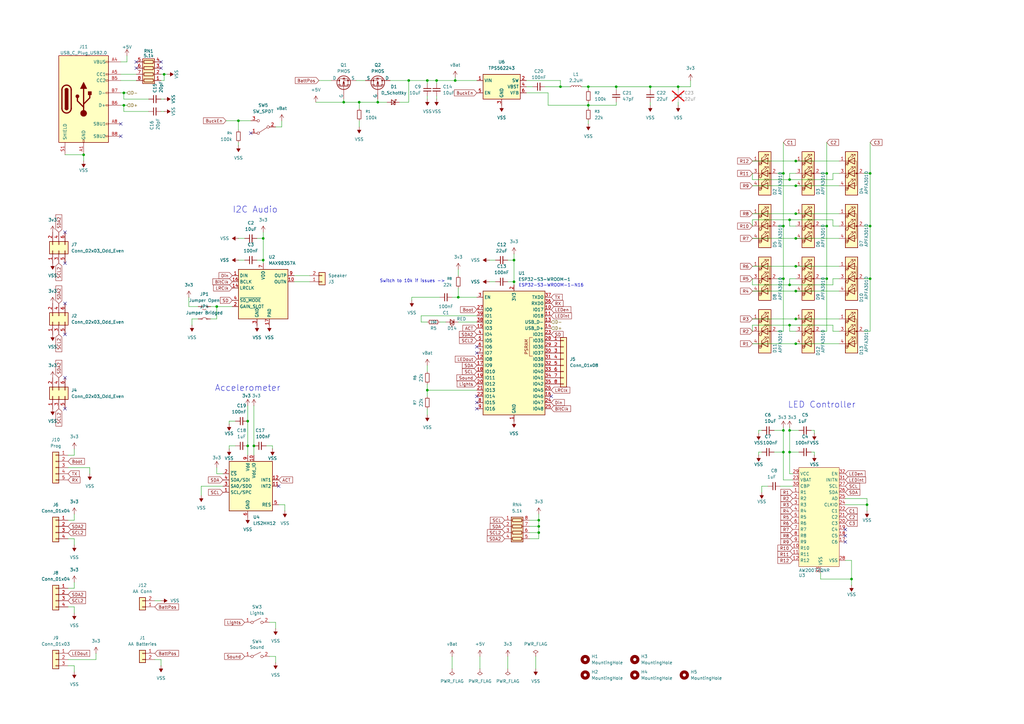
<source format=kicad_sch>
(kicad_sch (version 20250114) (generator "eeschema") (generator_version "9.0")
  (paper "A3")
  (lib_symbols
    (symbol "APFA3010_1" (pin_names (offset 0) (hide yes))
      (property "Reference" "D2" (at 4.064 -8.89 90))
      (property "Value" "APFA3010" (at 6.35 -8.89 90))
      (symbol "APFA3010_1_0_0"
        (text "R" (at -1.905 3.81 0) (effects (font (size 1.27 1.27))))
        (text "G" (at -1.905 -1.27 0) (effects (font (size 1.27 1.27))))
        (text "B" (at -1.905 -6.35 0) (effects (font (size 1.27 1.27))))
      )
      (symbol "APFA3010_1_1_1"
        (pin input line (at -5.08 5.08 0) (length 2.54) (name "R") (number "1"))
        (pin input line (at -5.08 0 0) (length 2.54) (name "G") (number "3"))
        (pin input line (at -5.08 -5.08 0) (length 2.54) (name "B") (number "4"))
        (pin input line (at 5.08 0 180) (length 2.54) (name "A") (number "2"))
      )
    )
    (symbol "APFA3010_2" (pin_names (offset 0) (hide yes))
      (property "Reference" "D5" (at 4.064 -8.89 90))
      (property "Value" "APFA3010" (at 6.35 -8.89 90))
      (symbol "APFA3010_2_0_0"
        (text "R" (at -1.905 3.81 0) (effects (font (size 1.27 1.27))))
        (text "G" (at -1.905 -1.27 0) (effects (font (size 1.27 1.27))))
        (text "B" (at -1.905 -6.35 0) (effects (font (size 1.27 1.27))))
      )
      (symbol "APFA3010_2_1_1"
        (pin input line (at -5.08 5.08 0) (length 2.54) (name "R") (number "1"))
        (pin input line (at -5.08 0 0) (length 2.54) (name "G") (number "3"))
        (pin input line (at -5.08 -5.08 0) (length 2.54) (name "B") (number "4"))
        (pin input line (at 5.08 0 180) (length 2.54) (name "A") (number "2"))
      )
    )
    (symbol "APFA3010_3" (pin_names (offset 0) (hide yes))
      (property "Reference" "D4" (at 4.064 -5.842 90))
      (property "Value" "APFA3010" (at 6.096 1.016 90))
      (symbol "APFA3010_3_0_0"
        (text "R" (at -1.905 3.81 0) (effects (font (size 1.27 1.27))))
        (text "G" (at -1.905 -1.27 0) (effects (font (size 1.27 1.27))))
        (text "B" (at -1.905 -6.35 0) (effects (font (size 1.27 1.27))))
      )
      (symbol "APFA3010_3_1_1"
        (pin input line (at -5.08 5.08 0) (length 2.54) (name "R") (number "1"))
        (pin input line (at -5.08 0 0) (length 2.54) (name "G") (number "3"))
        (pin input line (at -5.08 -5.08 0) (length 2.54) (name "B") (number "4"))
        (pin input line (at 5.08 0 180) (length 2.54) (name "A") (number "2"))
      )
    )
    (symbol "Audio:MAX98357A"
      (property "Reference" "U" (at -8.89 11.43 0))
      (property "Value" "MAX98357A" (at 10.16 11.43 0))
      (symbol "MAX98357A_1_1"
        (pin input line (at -12.7 7.62 0) (length 2.54) (name "DIN") (number "1"))
        (pin input line (at -12.7 5.08 0) (length 2.54) (name "BCLK") (number "16"))
        (pin input line (at -12.7 2.54 0) (length 2.54) (name "LRCLK") (number "14"))
        (pin input line (at -12.7 -2.54 0) (length 2.54) (name "~{SD_MODE}") (number "4"))
        (pin passive line (at -12.7 -5.08 0) (length 2.54) (name "GAIN_SLOT") (number "2"))
        (pin passive line (at -2.54 -12.7 90) (length 2.54) (hide yes) (name "GND") (number "11"))
        (pin passive line (at -2.54 -12.7 90) (length 2.54) (hide yes) (name "GND") (number "15"))
        (pin power_in line (at -2.54 -12.7 90) (length 2.54) (name "GND") (number "3"))
        (pin power_in line (at 0 12.7 270) (length 2.54) (name "VDD") (number "7"))
        (pin passive line (at 0 12.7 270) (length 2.54) (hide yes) (name "VDD") (number "8"))
        (pin unspecified line (at 2.54 -12.7 90) (length 2.54) (name "PAD") (number "17"))
        (pin no_connect line (at 10.16 2.54 180) (length 2.54) (hide yes) (name "NC") (number "5"))
        (pin no_connect line (at 10.16 0 180) (length 2.54) (hide yes) (name "NC") (number "6"))
        (pin no_connect line (at 10.16 -5.08 180) (length 2.54) (hide yes) (name "NC") (number "12"))
        (pin no_connect line (at 10.16 -7.62 180) (length 2.54) (hide yes) (name "NC") (number "13"))
        (pin output line (at 12.7 7.62 180) (length 2.54) (name "OUTP") (number "9"))
        (pin output line (at 12.7 5.08 180) (length 2.54) (name "OUTN") (number "10"))
      )
    )
    (symbol "BadgePiratesSymbolLibrary:USB_C_Plug_USB2.0" (pin_names (offset 1.016))
      (property "Reference" "J1" (at -10.16 20.32 0))
      (property "Value" "USB_C_Plug_USB2.0" (at 2.54 -20.32 0))
      (symbol "USB_C_Plug_USB2.0_0_0"
        (pin bidirectional line (at 15.24 2.54 180) (length 5.08) (name "D-") (number "B7"))
        (pin bidirectional line (at 15.24 -2.54 180) (length 5.08) (name "D+") (number "B6"))
        (pin bidirectional line (at 15.24 -10.16 180) (length 5.08) (name "SBU1") (number "A8"))
        (pin bidirectional line (at 15.24 -15.24 180) (length 5.08) (name "SBU2") (number "B8"))
      )
      (symbol "USB_C_Plug_USB2.0_1_1"
        (pin passive line (at -7.62 -22.86 90) (length 5.08) (name "SHIELD") (number "S1"))
        (pin passive line (at 0 -22.86 90) (length 5.08) (name "GND") (number "A1"))
        (pin passive line (at 0 -22.86 90) (length 5.08) (hide yes) (name "GND") (number "A12"))
        (pin passive line (at 0 -22.86 90) (length 5.08) (hide yes) (name "GND") (number "B1"))
        (pin passive line (at 0 -22.86 90) (length 5.08) (hide yes) (name "GND") (number "B12"))
        (pin passive line (at 15.24 15.24 180) (length 5.08) (name "VBUS") (number "A4"))
        (pin passive line (at 15.24 15.24 180) (length 5.08) (hide yes) (name "VBUS") (number "A9"))
        (pin passive line (at 15.24 15.24 180) (length 5.08) (hide yes) (name "VBUS") (number "B4"))
        (pin passive line (at 15.24 15.24 180) (length 5.08) (hide yes) (name "VBUS") (number "B9"))
        (pin passive line (at 15.24 10.16 180) (length 5.08) (name "CC1") (number "A5"))
        (pin passive line (at 15.24 7.62 180) (length 5.08) (name "CC2") (number "B5"))
        (pin bidirectional line (at 15.24 2.54 180) (length 5.08) (hide yes) (name "D-") (number "A7"))
        (pin bidirectional line (at 15.24 -2.54 180) (length 5.08) (hide yes) (name "D+") (number "A6"))
      )
    )
    (symbol "Connector_Generic:Conn_01x02" (pin_names (offset 1.016) (hide yes))
      (property "Reference" "J" (at 0 2.54 0))
      (property "Value" "Conn_01x02" (at 0 -5.08 0))
      (symbol "Conn_01x02_1_1"
        (pin passive line (at -5.08 0 0) (length 3.81) (name "Pin_1") (number "1"))
        (pin passive line (at -5.08 -2.54 0) (length 3.81) (name "Pin_2") (number "2"))
      )
    )
    (symbol "Connector_Generic:Conn_01x03" (pin_names (offset 1.016) (hide yes))
      (property "Reference" "J" (at 0 5.08 0))
      (property "Value" "Conn_01x03" (at 0 -5.08 0))
      (symbol "Conn_01x03_1_1"
        (pin passive line (at -5.08 2.54 0) (length 3.81) (name "Pin_1") (number "1"))
        (pin passive line (at -5.08 0 0) (length 3.81) (name "Pin_2") (number "2"))
        (pin passive line (at -5.08 -2.54 0) (length 3.81) (name "Pin_3") (number "3"))
      )
    )
    (symbol "Connector_Generic:Conn_01x04" (pin_names (offset 1.016) (hide yes))
      (property "Reference" "J" (at 0 5.08 0))
      (property "Value" "Conn_01x04" (at 0 -7.62 0))
      (symbol "Conn_01x04_1_1"
        (pin passive line (at -5.08 2.54 0) (length 3.81) (name "Pin_1") (number "1"))
        (pin passive line (at -5.08 0 0) (length 3.81) (name "Pin_2") (number "2"))
        (pin passive line (at -5.08 -2.54 0) (length 3.81) (name "Pin_3") (number "3"))
        (pin passive line (at -5.08 -5.08 0) (length 3.81) (name "Pin_4") (number "4"))
      )
    )
    (symbol "Connector_Generic:Conn_01x05" (pin_names (offset 1.016) (hide yes))
      (property "Reference" "J" (at 0 7.62 0))
      (property "Value" "Conn_01x05" (at 0 -7.62 0))
      (symbol "Conn_01x05_1_1"
        (pin passive line (at -5.08 5.08 0) (length 3.81) (name "Pin_1") (number "1"))
        (pin passive line (at -5.08 2.54 0) (length 3.81) (name "Pin_2") (number "2"))
        (pin passive line (at -5.08 0 0) (length 3.81) (name "Pin_3") (number "3"))
        (pin passive line (at -5.08 -2.54 0) (length 3.81) (name "Pin_4") (number "4"))
        (pin passive line (at -5.08 -5.08 0) (length 3.81) (name "Pin_5") (number "5"))
      )
    )
    (symbol "Connector_Generic:Conn_01x08" (pin_names (offset 1.016) (hide yes))
      (property "Reference" "J" (at 0 10.16 0))
      (property "Value" "Conn_01x08" (at 0 -12.7 0))
      (symbol "Conn_01x08_1_1"
        (pin passive line (at -5.08 7.62 0) (length 3.81) (name "Pin_1") (number "1"))
        (pin passive line (at -5.08 5.08 0) (length 3.81) (name "Pin_2") (number "2"))
        (pin passive line (at -5.08 2.54 0) (length 3.81) (name "Pin_3") (number "3"))
        (pin passive line (at -5.08 0 0) (length 3.81) (name "Pin_4") (number "4"))
        (pin passive line (at -5.08 -2.54 0) (length 3.81) (name "Pin_5") (number "5"))
        (pin passive line (at -5.08 -5.08 0) (length 3.81) (name "Pin_6") (number "6"))
        (pin passive line (at -5.08 -7.62 0) (length 3.81) (name "Pin_7") (number "7"))
        (pin passive line (at -5.08 -10.16 0) (length 3.81) (name "Pin_8") (number "8"))
      )
    )
    (symbol "Connector_Generic:Conn_02x03_Odd_Even" (pin_names (offset 1.016) (hide yes))
      (property "Reference" "J" (at 1.27 5.08 0))
      (property "Value" "Conn_02x03_Odd_Even" (at 1.27 -5.08 0))
      (symbol "Conn_02x03_Odd_Even_1_1"
        (pin passive line (at -5.08 2.54 0) (length 3.81) (name "Pin_1") (number "1"))
        (pin passive line (at -5.08 0 0) (length 3.81) (name "Pin_3") (number "3"))
        (pin passive line (at -5.08 -2.54 0) (length 3.81) (name "Pin_5") (number "5"))
        (pin passive line (at 7.62 2.54 180) (length 3.81) (name "Pin_2") (number "2"))
        (pin passive line (at 7.62 0 180) (length 3.81) (name "Pin_4") (number "4"))
        (pin passive line (at 7.62 -2.54 180) (length 3.81) (name "Pin_6") (number "6"))
      )
    )
    (symbol "Device:C_Small" (pin_numbers (hide yes)) (pin_names (offset 0.254) (hide yes))
      (property "Reference" "C" (at 0.254 1.778 0))
      (property "Value" "C_Small" (at 0.254 -2.032 0))
      (symbol "C_Small_1_1"
        (pin passive line (at 0 2.54 270) (length 2.032) (name "~") (number "1"))
        (pin passive line (at 0 -2.54 90) (length 2.032) (name "~") (number "2"))
      )
    )
    (symbol "Device:D_Schottky_Small" (pin_numbers (hide yes)) (pin_names (offset 0.254) (hide yes))
      (property "Reference" "D" (at -1.27 2.032 0))
      (property "Value" "D_Schottky_Small" (at -7.112 -2.032 0))
      (symbol "D_Schottky_Small_1_1"
        (pin passive line (at -2.54 0 0) (length 1.778) (name "K") (number "1"))
        (pin passive line (at 2.54 0 180) (length 1.778) (name "A") (number "2"))
      )
    )
    (symbol "Device:LED_Small" (pin_numbers (hide yes)) (pin_names (offset 0.254) (hide yes))
      (property "Reference" "D" (at -1.27 3.175 0))
      (property "Value" "LED_Small" (at -4.445 -2.54 0))
      (symbol "LED_Small_1_1"
        (pin passive line (at -2.54 0 0) (length 1.778) (name "K") (number "1"))
        (pin passive line (at 2.54 0 180) (length 1.778) (name "A") (number "2"))
      )
    )
    (symbol "Device:L_Small" (pin_numbers (hide yes)) (pin_names (offset 0.254) (hide yes))
      (property "Reference" "L" (at 0.762 1.016 0))
      (property "Value" "L_Small" (at 0.762 -1.016 0))
      (symbol "L_Small_1_1"
        (pin passive line (at 0 2.54 270) (length 0.508) (name "~") (number "1"))
        (pin passive line (at 0 -2.54 90) (length 0.508) (name "~") (number "2"))
      )
    )
    (symbol "Device:R_Pack04" (pin_names (offset 0) (hide yes))
      (property "Reference" "RN" (at -7.62 0 90))
      (property "Value" "R_Pack04" (at 5.08 0 90))
      (symbol "R_Pack04_1_1"
        (pin passive line (at -5.08 5.08 270) (length 2.54) (name "R1.2") (number "8"))
        (pin passive line (at -5.08 -5.08 90) (length 2.54) (name "R1.1") (number "1"))
        (pin passive line (at -2.54 5.08 270) (length 2.54) (name "R2.2") (number "7"))
        (pin passive line (at -2.54 -5.08 90) (length 2.54) (name "R2.1") (number "2"))
        (pin passive line (at 0 5.08 270) (length 2.54) (name "R3.2") (number "6"))
        (pin passive line (at 0 -5.08 90) (length 2.54) (name "R3.1") (number "3"))
        (pin passive line (at 2.54 5.08 270) (length 2.54) (name "R4.2") (number "5"))
        (pin passive line (at 2.54 -5.08 90) (length 2.54) (name "R4.1") (number "4"))
      )
    )
    (symbol "Device:R_Small" (pin_numbers (hide yes)) (pin_names (offset 0.254) (hide yes))
      (property "Reference" "R" (at 0 0 90))
      (property "Value" "R_Small" (at 1.778 0 90))
      (symbol "R_Small_1_1"
        (pin passive line (at 0 2.54 270) (length 0.762) (name "~") (number "1"))
        (pin passive line (at 0 -2.54 90) (length 0.762) (name "~") (number "2"))
      )
    )
    (symbol "Jumper:Jumper_2_Small_Bridged" (pin_numbers (hide yes)) (pin_names (offset 0) (hide yes))
      (property "Reference" "JP" (at 0 2.032 0))
      (property "Value" "Jumper_2_Small_Bridged" (at 0 -2.286 0))
      (symbol "Jumper_2_Small_Bridged_1_1"
        (pin passive line (at -2.54 0 0) (length 1.27) (name "A") (number "1"))
        (pin passive line (at 2.54 0 180) (length 1.27) (name "B") (number "2"))
      )
    )
    (symbol "Jumper_2_Small_Open_1" (pin_numbers (hide yes)) (pin_names (offset 0) (hide yes))
      (property "Reference" "JP" (at 0 2.794 0))
      (property "Value" "Jumper_2_Small_Open" (at 0 -2.286 0))
      (symbol "Jumper_2_Small_Open_1_1_1"
        (pin passive line (at -2.54 0 0) (length 1.27) (name "A") (number "1"))
        (pin passive line (at 2.54 0 180) (length 1.27) (name "B") (number "2"))
      )
    )
    (symbol "LED:APFA3010" (pin_names (offset 0) (hide yes))
      (property "Reference" "D" (at 0 10.16 0))
      (property "Value" "APFA3010" (at 0 -10.16 0))
      (symbol "APFA3010_0_0"
        (text "R" (at -1.905 3.81 0) (effects (font (size 1.27 1.27))))
        (text "G" (at -1.905 -1.27 0) (effects (font (size 1.27 1.27))))
        (text "B" (at -1.905 -6.35 0) (effects (font (size 1.27 1.27))))
      )
      (symbol "APFA3010_1_1"
        (pin input line (at -5.08 5.08 0) (length 2.54) (name "R") (number "1"))
        (pin input line (at -5.08 0 0) (length 2.54) (name "G") (number "3"))
        (pin input line (at -5.08 -5.08 0) (length 2.54) (name "B") (number "4"))
        (pin power_in line (at 5.08 0 180) (length 2.54) (name "A") (number "2"))
      )
    )
    (symbol "Mechanical:MountingHole" (pin_names (offset 1.016)) (exclude_from_sim yes) (in_bom no)
      (property "Reference" "H" (at 0 5.08 0))
      (property "Value" "MountingHole" (at 0 3.175 0))
    )
    (symbol "PMOS_1" (pin_numbers (hide yes)) (pin_names (offset 0))
      (property "Reference" "Q1" (at 8.89 0 90))
      (property "Value" "PMOS" (at 6.35 0 90))
      (symbol "PMOS_1_1_1"
        (pin input line (at -5.08 0 0) (length 2.54) (name "G") (number "1"))
        (pin passive line (at 2.54 5.08 270) (length 2.54) (name "D") (number "3"))
        (pin passive line (at 2.54 -5.08 90) (length 2.54) (name "S") (number "2"))
      )
    )
    (symbol "RF_Module:ESP32-S3-WROOM-1"
      (property "Reference" "U" (at -12.7 26.67 0))
      (property "Value" "ESP32-S3-WROOM-1" (at 12.7 26.67 0))
      (symbol "ESP32-S3-WROOM-1_0_0"
        (text "PSRAM" (at 5.08 2.54 900) (effects (font (size 1.27 1.27))))
      )
      (symbol "ESP32-S3-WROOM-1_1_1"
        (pin input line (at -15.24 22.86 0) (length 2.54) (name "EN") (number "3"))
        (pin bidirectional line (at -15.24 17.78 0) (length 2.54) (name "IO0") (number "27"))
        (pin bidirectional line (at -15.24 15.24 0) (length 2.54) (name "IO1") (number "39"))
        (pin bidirectional line (at -15.24 12.7 0) (length 2.54) (name "IO2") (number "38"))
        (pin bidirectional line (at -15.24 10.16 0) (length 2.54) (name "IO3") (number "15"))
        (pin bidirectional line (at -15.24 7.62 0) (length 2.54) (name "IO4") (number "4"))
        (pin bidirectional line (at -15.24 5.08 0) (length 2.54) (name "IO5") (number "5"))
        (pin bidirectional line (at -15.24 2.54 0) (length 2.54) (name "IO6") (number "6"))
        (pin bidirectional line (at -15.24 0 0) (length 2.54) (name "IO7") (number "7"))
        (pin bidirectional line (at -15.24 -2.54 0) (length 2.54) (name "IO8") (number "12"))
        (pin bidirectional line (at -15.24 -5.08 0) (length 2.54) (name "IO9") (number "17"))
        (pin bidirectional line (at -15.24 -7.62 0) (length 2.54) (name "IO10") (number "18"))
        (pin bidirectional line (at -15.24 -10.16 0) (length 2.54) (name "IO11") (number "19"))
        (pin bidirectional line (at -15.24 -12.7 0) (length 2.54) (name "IO12") (number "20"))
        (pin bidirectional line (at -15.24 -15.24 0) (length 2.54) (name "IO13") (number "21"))
        (pin bidirectional line (at -15.24 -17.78 0) (length 2.54) (name "IO14") (number "22"))
        (pin bidirectional line (at -15.24 -20.32 0) (length 2.54) (name "IO15") (number "8"))
        (pin bidirectional line (at -15.24 -22.86 0) (length 2.54) (name "IO16") (number "9"))
        (pin power_in line (at 0 27.94 270) (length 2.54) (name "3V3") (number "2"))
        (pin power_in line (at 0 -27.94 90) (length 2.54) (name "GND") (number "1"))
        (pin passive line (at 0 -27.94 90) (length 2.54) (hide yes) (name "GND") (number "40"))
        (pin passive line (at 0 -27.94 90) (length 2.54) (hide yes) (name "GND") (number "41"))
        (pin bidirectional line (at 15.24 22.86 180) (length 2.54) (name "TXD0") (number "37"))
        (pin bidirectional line (at 15.24 20.32 180) (length 2.54) (name "RXD0") (number "36"))
        (pin bidirectional line (at 15.24 17.78 180) (length 2.54) (name "IO17") (number "10"))
        (pin bidirectional line (at 15.24 15.24 180) (length 2.54) (name "IO18") (number "11"))
        (pin bidirectional line (at 15.24 12.7 180) (length 2.54) (name "USB_D-") (number "13"))
        (pin bidirectional line (at 15.24 10.16 180) (length 2.54) (name "USB_D+") (number "14"))
        (pin bidirectional line (at 15.24 7.62 180) (length 2.54) (name "IO21") (number "23"))
        (pin bidirectional line (at 15.24 5.08 180) (length 2.54) (name "IO35") (number "28"))
        (pin bidirectional line (at 15.24 2.54 180) (length 2.54) (name "IO36") (number "29"))
        (pin bidirectional line (at 15.24 0 180) (length 2.54) (name "IO37") (number "30"))
        (pin bidirectional line (at 15.24 -2.54 180) (length 2.54) (name "IO38") (number "31"))
        (pin bidirectional line (at 15.24 -5.08 180) (length 2.54) (name "IO39") (number "32"))
        (pin bidirectional line (at 15.24 -7.62 180) (length 2.54) (name "IO40") (number "33"))
        (pin bidirectional line (at 15.24 -10.16 180) (length 2.54) (name "IO41") (number "34"))
        (pin bidirectional line (at 15.24 -12.7 180) (length 2.54) (name "IO42") (number "35"))
        (pin bidirectional line (at 15.24 -15.24 180) (length 2.54) (name "IO45") (number "26"))
        (pin bidirectional line (at 15.24 -17.78 180) (length 2.54) (name "IO46") (number "16"))
        (pin bidirectional line (at 15.24 -20.32 180) (length 2.54) (name "IO47") (number "24"))
        (pin bidirectional line (at 15.24 -22.86 180) (length 2.54) (name "IO48") (number "25"))
      )
    )
    (symbol "R_Pack04_1" (pin_names (offset 0) (hide yes))
      (property "Reference" "RN" (at -7.62 0 90))
      (property "Value" "R_Pack04" (at 5.08 0 90))
      (symbol "R_Pack04_1_1_1"
        (pin passive line (at -5.08 5.08 270) (length 2.54) (name "R1.2") (number "8"))
        (pin passive line (at -5.08 -5.08 90) (length 2.54) (name "R1.1") (number "1"))
        (pin passive line (at -2.54 5.08 270) (length 2.54) (name "R2.2") (number "7"))
        (pin passive line (at -2.54 -5.08 90) (length 2.54) (name "R2.1") (number "2"))
        (pin passive line (at 0 5.08 270) (length 2.54) (name "R3.2") (number "6"))
        (pin passive line (at 0 -5.08 90) (length 2.54) (name "R3.1") (number "3"))
        (pin passive line (at 2.54 5.08 270) (length 2.54) (name "R4.2") (number "5"))
        (pin passive line (at 2.54 -5.08 90) (length 2.54) (name "R4.1") (number "4"))
      )
    )
    (symbol "Regulator_Switching:TPS562202"
      (property "Reference" "U" (at -7.62 6.35 0))
      (property "Value" "TPS562202" (at -2.54 6.35 0))
      (symbol "TPS562202_1_1"
        (pin power_in line (at -10.16 2.54 0) (length 2.54) (name "VIN") (number "1"))
        (pin input line (at -10.16 -2.54 0) (length 2.54) (name "EN") (number "5"))
        (pin power_in line (at 0 -7.62 90) (length 2.54) (name "GND") (number "3"))
        (pin output line (at 10.16 2.54 180) (length 2.54) (name "SW") (number "2"))
        (pin passive line (at 10.16 0 180) (length 2.54) (name "VBST") (number "4"))
        (pin input line (at 10.16 -2.54 180) (length 2.54) (name "VFB") (number "6"))
      )
    )
    (symbol "Sensor_Motion:LIS2HH12"
      (property "Reference" "U" (at -5.08 11.43 0))
      (property "Value" "LIS2HH12" (at 3.81 11.43 0))
      (symbol "LIS2HH12_1_1"
        (pin input line (at -10.16 5.08 0) (length 2.54) (name "~{CS}") (number "2"))
        (pin bidirectional line (at -10.16 2.54 0) (length 2.54) (name "SDA/SDI") (number "4"))
        (pin bidirectional line (at -10.16 0 0) (length 2.54) (name "SA0/SDO") (number "3"))
        (pin input line (at -10.16 -2.54 0) (length 2.54) (name "SCL/SPC") (number "1"))
        (pin power_in line (at 0 12.7 270) (length 2.54) (name "Vdd") (number "9"))
        (pin power_in line (at 0 -12.7 90) (length 2.54) (name "GND") (number "6"))
        (pin passive line (at 0 -12.7 90) (length 2.54) (hide yes) (name "GND") (number "7"))
        (pin passive line (at 0 -12.7 90) (length 2.54) (hide yes) (name "GND") (number "8"))
        (pin power_in line (at 2.54 12.7 270) (length 2.54) (name "Vdd_IO") (number "10"))
        (pin output line (at 12.7 2.54 180) (length 2.54) (name "INT1") (number "12"))
        (pin output line (at 12.7 0 180) (length 2.54) (name "INT2") (number "11"))
        (pin passive line (at 12.7 -7.62 180) (length 2.54) (name "RES") (number "5"))
      )
    )
    (symbol "Switch:SW_SPDT" (pin_names (offset 0) (hide yes))
      (property "Reference" "SW" (at 0 4.318 0))
      (property "Value" "SW_SPDT" (at 0 -5.08 0))
      (symbol "SW_SPDT_1_1"
        (pin passive line (at -5.08 0 0) (length 2.54) (name "B") (number "2"))
        (pin passive line (at 5.08 2.54 180) (length 2.54) (name "A") (number "1"))
        (pin passive line (at 5.08 -2.54 180) (length 2.54) (name "C") (number "3"))
      )
    )
    (symbol "Switch:SW_SPST" (pin_names (offset 0) (hide yes))
      (property "Reference" "SW" (at 0 3.175 0))
      (property "Value" "SW_SPST" (at 0 -2.54 0))
      (symbol "SW_SPST_1_1"
        (pin passive line (at -5.08 0 0) (length 2.54) (name "A") (number "1"))
        (pin passive line (at 5.08 0 180) (length 2.54) (name "B") (number "2"))
      )
    )
    (symbol "UE_LED:AW20072QNR"
      (property "Reference" "U3" (at -7.62 -25.146 0))
      (property "Value" "AW20072QNR" (at -2.54 -23.114 0))
      (symbol "AW20072QNR_1_1"
        (pin power_in line (at -11.43 16.51 0) (length 2.54) (name "VCC") (number "29"))
        (pin power_in line (at -11.43 13.97 0) (length 2.54) (hide yes) (name "VBAT") (number "13"))
        (pin power_in line (at -11.43 13.97 0) (length 2.54) (name "VBAT") (number "23"))
        (pin bidirectional line (at -11.43 11.43 0) (length 2.54) (name "CBP") (number "30"))
        (pin output line (at -11.43 8.89 0) (length 2.54) (name "R1") (number "1"))
        (pin output line (at -11.43 6.35 0) (length 2.54) (name "R2") (number "2"))
        (pin output line (at -11.43 3.81 0) (length 2.54) (name "R3") (number "3"))
        (pin output line (at -11.43 1.27 0) (length 2.54) (name "R4") (number "4"))
        (pin output line (at -11.43 -1.27 0) (length 2.54) (name "R5") (number "5"))
        (pin output line (at -11.43 -3.81 0) (length 2.54) (name "R6") (number "6"))
        (pin output line (at -11.43 -6.35 0) (length 2.54) (name "R7") (number "7"))
        (pin output line (at -11.43 -8.89 0) (length 2.54) (name "R8") (number "8"))
        (pin output line (at -11.43 -11.43 0) (length 2.54) (name "R9") (number "9"))
        (pin output line (at -11.43 -13.97 0) (length 2.54) (name "R10") (number "10"))
        (pin output line (at -11.43 -16.51 0) (length 2.54) (name "R11") (number "11"))
        (pin output line (at -11.43 -19.05 0) (length 2.54) (name "R12") (number "12"))
        (pin input line (at 0 -24.13 90) (length 2.54) (name "VSS") (number "33"))
        (pin input line (at 10.16 16.51 180) (length 2.54) (name "EN") (number "32"))
        (pin output line (at 10.16 13.97 180) (length 2.54) (name "INITN") (number "31"))
        (pin bidirectional line (at 10.16 11.43 180) (length 2.54) (name "SCL") (number "27"))
        (pin bidirectional line (at 10.16 8.89 180) (length 2.54) (name "SDA") (number "26"))
        (pin input line (at 10.16 6.35 180) (length 2.54) (name "AD") (number "25"))
        (pin bidirectional line (at 10.16 3.81 180) (length 2.54) (name "CLKIO") (number "24"))
        (pin output line (at 10.16 1.27 180) (length 2.54) (name "C1") (number "22"))
        (pin output line (at 10.16 -1.27 180) (length 2.54) (name "C2") (number "21"))
        (pin output line (at 10.16 -3.81 180) (length 2.54) (name "C3") (number "20"))
        (pin output line (at 10.16 -6.35 180) (length 2.54) (name "C4") (number "19"))
        (pin output line (at 10.16 -8.89 180) (length 2.54) (name "C5") (number "18"))
        (pin output line (at 10.16 -11.43 180) (length 2.54) (name "C6") (number "17"))
        (pin input line (at 10.16 -19.05 180) (length 2.54) (name "VSS") (number "28"))
      )
    )
    (symbol "power:+5V" (power) (pin_names (offset 0))
      (property "Value" "+5V" (at 0 3.556 0))
      (symbol "+5V_1_1"
        (pin power_in line (at 0 0 90) (length 0) (hide yes) (name "+5V") (number "1"))
      )
    )
    (symbol "power:PWR_FLAG" (power) (pin_numbers (hide yes)) (pin_names (offset 0) (hide yes))
      (property "Value" "PWR_FLAG" (at 0 3.81 0))
      (symbol "PWR_FLAG_0_0"
        (pin power_out line (at 0 0 90) (length 0) (name "~") (number "1"))
      )
    )
    (symbol "power:VCC" (power) (pin_numbers (hide yes)) (pin_names (offset 0) (hide yes))
      (property "Value" "VCC" (at 0 3.556 0))
      (symbol "VCC_1_1"
        (pin power_in line (at 0 0 90) (length 0) (name "~") (number "1"))
      )
    )
    (symbol "power:VDD" (power) (pin_numbers (hide yes)) (pin_names (offset 0) (hide yes))
      (property "Value" "VDD" (at 0 3.556 0))
      (symbol "VDD_1_1"
        (pin power_in line (at 0 0 90) (length 0) (name "~") (number "1"))
      )
    )
    (symbol "power:VSS" (power) (pin_numbers (hide yes)) (pin_names (offset 0) (hide yes))
      (property "Value" "VSS" (at 0 3.556 0))
      (symbol "VSS_1_1"
        (pin power_in line (at 0 0 90) (length 0) (name "~") (number "1"))
      )
    )
  )
  (text "ESP32-S3-WROOM-1-N16\n" (at 226.06 117.094 0) (effects (font (size 1.27 1.27))))
  (text "Accelerometer" (at 101.6 159.258 0) (effects (font (size 2.54 2.54))))
  (text "LED Controller" (at 337.058 166.116 0) (effects (font (size 2.54 2.54))))
  (text "Switch to 10k if issues ->" (at 169.164 115.316 0) (effects (font (size 1.27 1.27))))
  (text "I2C Audio" (at 104.648 86.106 0) (effects (font (size 2.54 2.54))))
  (junction (at 97.79 49.53))
  (junction (at 101.6 182.88))
  (junction (at 339.09 71.12))
  (junction (at 88.9 125.73))
  (junction (at 321.31 185.42))
  (junction (at 104.14 182.88))
  (junction (at 50.8 43.18))
  (junction (at 326.39 140.97))
  (junction (at 321.31 71.12))
  (junction (at 186.69 33.02))
  (junction (at 229.87 35.56))
  (junction (at 67.31 30.48) (diameter 0.9144))
  (junction (at 154.94 41.91))
  (junction (at 355.6 207.01))
  (junction (at 50.8 38.1))
  (junction (at 241.3 43.18))
  (junction (at 175.26 33.02))
  (junction (at 278.13 35.56))
  (junction (at 326.39 119.38))
  (junction (at 140.97 41.91))
  (junction (at 356.87 71.12))
  (junction (at 179.07 33.02))
  (junction (at 323.85 90.17))
  (junction (at 323.85 116.84))
  (junction (at 241.3 35.56))
  (junction (at 266.7 35.56))
  (junction (at 356.87 114.3))
  (junction (at 107.95 97.79))
  (junction (at 167.64 33.02))
  (junction (at 339.09 92.71))
  (junction (at 321.31 114.3))
  (junction (at 326.39 76.2))
  (junction (at 339.09 114.3))
  (junction (at 323.85 133.35))
  (junction (at 101.6 172.72))
  (junction (at 326.39 87.63))
  (junction (at 323.85 73.66))
  (junction (at 220.98 218.44))
  (junction (at 187.96 121.92))
  (junction (at 34.29 63.5))
  (junction (at 220.98 215.9))
  (junction (at 175.26 160.02))
  (junction (at 210.82 115.57))
  (junction (at 321.31 176.53))
  (junction (at 349.25 237.49))
  (junction (at 326.39 130.81))
  (junction (at 326.39 66.04))
  (junction (at 323.85 185.42))
  (junction (at 326.39 97.79))
  (junction (at 147.32 41.91))
  (junction (at 107.95 106.68))
  (junction (at 323.85 176.53))
  (junction (at 321.31 92.71))
  (junction (at 326.39 109.22))
  (junction (at 220.98 213.36))
  (junction (at 356.87 92.71))
  (junction (at 252.73 35.56))
  (junction (at 210.82 106.68))
  (no_connect (at 195.58 165.1))
  (no_connect (at 26.67 137.16))
  (no_connect (at 346.71 222.25))
  (no_connect (at 226.06 162.56))
  (no_connect (at 26.67 167.64))
  (no_connect (at 26.67 124.46))
  (no_connect (at 114.3 199.39))
  (no_connect (at 49.53 50.8))
  (no_connect (at 195.58 167.64))
  (no_connect (at 195.58 162.56))
  (no_connect (at 346.71 219.71))
  (no_connect (at 346.71 217.17))
  (no_connect (at 195.58 142.24))
  (no_connect (at 26.67 154.94))
  (no_connect (at 195.58 144.78))
  (no_connect (at 66.04 25.4))
  (no_connect (at 49.53 55.88))
  (no_connect (at 55.88 25.4))
  (no_connect (at 26.67 95.25))
  (no_connect (at 66.04 27.94))
  (no_connect (at 102.87 54.61))
  (no_connect (at 26.67 107.95))
  (no_connect (at 55.88 27.94))
  (wire (pts (xy 354.33 71.12) (xy 356.87 71.12)))
  (wire (pts (xy 175.26 33.02) (xy 179.07 33.02)))
  (wire (pts (xy 30.48 241.3) (xy 27.94 241.3)))
  (wire (pts (xy 215.9 35.56) (xy 218.44 35.56)))
  (wire (pts (xy 349.25 229.87) (xy 346.71 229.87)))
  (wire (pts (xy 283.21 33.02) (xy 283.21 35.56)))
  (wire (pts (xy 341.63 114.3) (xy 341.63 116.84)))
  (wire (pts (xy 349.25 240.03) (xy 349.25 237.49)))
  (wire (pts (xy 278.13 35.56) (xy 278.13 36.83)))
  (wire (pts (xy 97.79 53.34) (xy 97.79 49.53)))
  (wire (pts (xy 344.17 140.97) (xy 326.39 140.97)))
  (wire (pts (xy 66.04 45.72) (xy 67.31 45.72)))
  (wire (pts (xy 334.01 186.69) (xy 334.01 185.42)))
  (wire (pts (xy 30.48 223.52) (xy 30.48 220.98)))
  (wire (pts (xy 341.63 135.89) (xy 341.63 133.35)))
  (wire (pts (xy 266.7 35.56) (xy 266.7 36.83)))
  (wire (pts (xy 241.3 35.56) (xy 252.73 35.56)))
  (wire (pts (xy 326.39 71.12) (xy 323.85 71.12)))
  (wire (pts (xy 278.13 35.56) (xy 283.21 35.56)))
  (wire (pts (xy 154.94 41.91) (xy 154.94 40.64)))
  (wire (pts (xy 30.48 213.36) (xy 27.94 213.36)))
  (wire (pts (xy 115.57 49.53) (xy 115.57 52.07)))
  (wire (pts (xy 67.31 30.48) (xy 67.31 33.02)))
  (wire (pts (xy 88.9 194.31) (xy 91.44 194.31)))
  (wire (pts (xy 77.47 125.73) (xy 81.28 125.73)))
  (wire (pts (xy 97.79 58.42) (xy 97.79 59.69)))
  (wire (pts (xy 241.3 49.53) (xy 241.3 50.8)))
  (wire (pts (xy 321.31 92.71) (xy 321.31 114.3)))
  (wire (pts (xy 220.98 220.98) (xy 220.98 218.44)))
  (wire (pts (xy 180.34 132.08) (xy 182.88 132.08)))
  (wire (pts (xy 321.31 185.42) (xy 321.31 196.85)))
  (wire (pts (xy 175.26 33.02) (xy 175.26 34.29)))
  (wire (pts (xy 339.09 114.3) (xy 339.09 135.89)))
  (wire (pts (xy 336.55 114.3) (xy 339.09 114.3)))
  (wire (pts (xy 67.31 30.48) (xy 68.58 30.48)))
  (wire (pts (xy 252.73 43.18) (xy 241.3 43.18)))
  (wire (pts (xy 344.17 114.3) (xy 341.63 114.3)))
  (wire (pts (xy 107.95 95.25) (xy 107.95 97.79)))
  (wire (pts (xy 321.31 176.53) (xy 317.5 176.53)))
  (wire (pts (xy 336.55 71.12) (xy 339.09 71.12)))
  (wire (pts (xy 78.74 133.35) (xy 78.74 130.81)))
  (wire (pts (xy 185.42 269.24) (xy 185.42 274.32)))
  (wire (pts (xy 113.03 269.24) (xy 110.49 269.24)))
  (wire (pts (xy 217.17 220.98) (xy 220.98 220.98)))
  (wire (pts (xy 323.85 176.53) (xy 327.66 176.53)))
  (wire (pts (xy 179.07 33.02) (xy 179.07 34.29)))
  (wire (pts (xy 167.64 33.02) (xy 175.26 33.02)))
  (wire (pts (xy 321.31 176.53) (xy 321.31 185.42)))
  (wire (pts (xy 179.07 39.37) (xy 179.07 40.64)))
  (wire (pts (xy 217.17 213.36) (xy 220.98 213.36)))
  (wire (pts (xy 52.07 25.4) (xy 52.07 22.86)))
  (wire (pts (xy 86.36 125.73) (xy 88.9 125.73)))
  (wire (pts (xy 27.94 191.77) (xy 36.83 191.77)))
  (wire (pts (xy 308.61 119.38) (xy 326.39 119.38)))
  (wire (pts (xy 323.85 133.35) (xy 308.61 133.35)))
  (wire (pts (xy 326.39 66.04) (xy 344.17 66.04)))
  (wire (pts (xy 252.73 35.56) (xy 266.7 35.56)))
  (wire (pts (xy 66.04 33.02) (xy 67.31 33.02)))
  (wire (pts (xy 30.48 210.82) (xy 30.48 213.36)))
  (wire (pts (xy 195.58 33.02) (xy 186.69 33.02)))
  (wire (pts (xy 356.87 92.71) (xy 356.87 114.3)))
  (wire (pts (xy 30.48 186.69) (xy 27.94 186.69)))
  (wire (pts (xy 341.63 133.35) (xy 323.85 133.35)))
  (wire (pts (xy 326.39 87.63) (xy 344.17 87.63)))
  (wire (pts (xy 215.9 33.02) (xy 229.87 33.02)))
  (wire (pts (xy 49.53 33.02) (xy 55.88 33.02)))
  (wire (pts (xy 63.5 246.38) (xy 66.04 246.38)))
  (wire (pts (xy 168.91 123.19) (xy 168.91 121.92)))
  (wire (pts (xy 50.8 40.64) (xy 50.8 38.1)))
  (wire (pts (xy 355.6 207.01) (xy 355.6 204.47)))
  (wire (pts (xy 323.85 114.3) (xy 323.85 116.84)))
  (wire (pts (xy 172.72 132.08) (xy 172.72 129.54)))
  (wire (pts (xy 220.98 215.9) (xy 217.17 215.9)))
  (wire (pts (xy 120.65 115.57) (xy 127 115.57)))
  (wire (pts (xy 200.66 115.57) (xy 203.2 115.57)))
  (wire (pts (xy 107.95 97.79) (xy 107.95 106.68)))
  (wire (pts (xy 50.8 43.18) (xy 52.07 43.18)))
  (wire (pts (xy 116.84 209.55) (xy 116.84 207.01)))
  (wire (pts (xy 104.14 166.37) (xy 104.14 182.88)))
  (wire (pts (xy 354.33 114.3) (xy 356.87 114.3)))
  (wire (pts (xy 224.79 38.1) (xy 224.79 43.18)))
  (wire (pts (xy 326.39 135.89) (xy 323.85 135.89)))
  (wire (pts (xy 321.31 71.12) (xy 321.31 92.71)))
  (wire (pts (xy 336.55 135.89) (xy 339.09 135.89)))
  (wire (pts (xy 49.53 30.48) (xy 55.88 30.48)))
  (wire (pts (xy 252.73 35.56) (xy 252.73 36.83)))
  (wire (pts (xy 101.6 172.72) (xy 101.6 182.88)))
  (wire (pts (xy 308.61 97.79) (xy 326.39 97.79)))
  (wire (pts (xy 36.83 194.31) (xy 36.83 191.77)))
  (wire (pts (xy 266.7 35.56) (xy 278.13 35.56)))
  (wire (pts (xy 196.85 269.24) (xy 196.85 274.32)))
  (wire (pts (xy 27.94 270.51) (xy 39.37 270.51)))
  (wire (pts (xy 60.96 40.64) (xy 50.8 40.64)))
  (wire (pts (xy 326.39 109.22) (xy 344.17 109.22)))
  (wire (pts (xy 175.26 167.64) (xy 175.26 170.18)))
  (wire (pts (xy 341.63 92.71) (xy 341.63 90.17)))
  (wire (pts (xy 241.3 41.91) (xy 241.3 43.18)))
  (wire (pts (xy 187.96 132.08) (xy 195.58 132.08)))
  (wire (pts (xy 187.96 121.92) (xy 195.58 121.92)))
  (wire (pts (xy 336.55 92.71) (xy 339.09 92.71)))
  (wire (pts (xy 341.63 116.84) (xy 323.85 116.84)))
  (wire (pts (xy 344.17 71.12) (xy 341.63 71.12)))
  (wire (pts (xy 92.71 49.53) (xy 97.79 49.53)))
  (wire (pts (xy 220.98 218.44) (xy 220.98 215.9)))
  (wire (pts (xy 26.67 63.5) (xy 34.29 63.5)))
  (wire (pts (xy 334.01 185.42) (xy 332.74 185.42)))
  (wire (pts (xy 334.01 176.53) (xy 332.74 176.53)))
  (wire (pts (xy 323.85 116.84) (xy 308.61 116.84)))
  (wire (pts (xy 30.48 275.59) (xy 30.48 273.05)))
  (wire (pts (xy 88.9 125.73) (xy 88.9 130.81)))
  (wire (pts (xy 355.6 209.55) (xy 355.6 207.01)))
  (wire (pts (xy 321.31 185.42) (xy 317.5 185.42)))
  (wire (pts (xy 356.87 114.3) (xy 356.87 135.89)))
  (wire (pts (xy 168.91 121.92) (xy 180.34 121.92)))
  (wire (pts (xy 208.28 269.24) (xy 208.28 274.32)))
  (wire (pts (xy 238.76 35.56) (xy 241.3 35.56)))
  (wire (pts (xy 326.39 76.2) (xy 344.17 76.2)))
  (wire (pts (xy 30.48 184.15) (xy 30.48 186.69)))
  (wire (pts (xy 346.71 207.01) (xy 355.6 207.01)))
  (wire (pts (xy 186.69 31.75) (xy 186.69 33.02)))
  (wire (pts (xy 30.48 220.98) (xy 27.94 220.98)))
  (wire (pts (xy 326.39 140.97) (xy 308.61 140.97)))
  (wire (pts (xy 50.8 45.72) (xy 50.8 43.18)))
  (wire (pts (xy 88.9 130.81) (xy 86.36 130.81)))
  (wire (pts (xy 186.69 33.02) (xy 179.07 33.02)))
  (wire (pts (xy 50.8 45.72) (xy 60.96 45.72)))
  (wire (pts (xy 323.85 92.71) (xy 323.85 90.17)))
  (wire (pts (xy 355.6 204.47) (xy 346.71 204.47)))
  (wire (pts (xy 217.17 218.44) (xy 220.98 218.44)))
  (wire (pts (xy 82.55 203.2) (xy 82.55 199.39)))
  (wire (pts (xy 93.98 172.72) (xy 96.52 172.72)))
  (wire (pts (xy 78.74 130.81) (xy 81.28 130.81)))
  (wire (pts (xy 241.3 43.18) (xy 241.3 44.45)))
  (wire (pts (xy 308.61 66.04) (xy 326.39 66.04)))
  (wire (pts (xy 101.6 166.37) (xy 101.6 172.72)))
  (wire (pts (xy 175.26 132.08) (xy 172.72 132.08)))
  (wire (pts (xy 219.71 269.24) (xy 219.71 274.32)))
  (wire (pts (xy 344.17 135.89) (xy 341.63 135.89)))
  (wire (pts (xy 215.9 38.1) (xy 224.79 38.1)))
  (wire (pts (xy 308.61 109.22) (xy 326.39 109.22)))
  (wire (pts (xy 323.85 73.66) (xy 308.61 73.66)))
  (wire (pts (xy 354.33 135.89) (xy 356.87 135.89)))
  (wire (pts (xy 334.01 176.53) (xy 334.01 177.8)))
  (wire (pts (xy 349.25 237.49) (xy 349.25 229.87)))
  (wire (pts (xy 311.15 176.53) (xy 312.42 176.53)))
  (wire (pts (xy 339.09 58.42) (xy 339.09 71.12)))
  (wire (pts (xy 154.94 41.91) (xy 158.75 41.91)))
  (wire (pts (xy 167.64 41.91) (xy 167.64 33.02)))
  (wire (pts (xy 326.39 114.3) (xy 323.85 114.3)))
  (wire (pts (xy 66.04 40.64) (xy 67.31 40.64)))
  (wire (pts (xy 66.04 30.48) (xy 67.31 30.48)))
  (wire (pts (xy 229.87 33.02) (xy 229.87 35.56)))
  (wire (pts (xy 326.39 119.38) (xy 344.17 119.38)))
  (wire (pts (xy 172.72 129.54) (xy 195.58 129.54)))
  (wire (pts (xy 220.98 213.36) (xy 220.98 215.9)))
  (wire (pts (xy 312.42 199.39) (xy 314.96 199.39)))
  (wire (pts (xy 130.81 33.02) (xy 135.89 33.02)))
  (wire (pts (xy 97.79 49.53) (xy 102.87 49.53)))
  (wire (pts (xy 326.39 97.79) (xy 344.17 97.79)))
  (wire (pts (xy 323.85 90.17) (xy 341.63 90.17)))
  (wire (pts (xy 160.02 33.02) (xy 167.64 33.02)))
  (wire (pts (xy 120.65 113.03) (xy 127 113.03)))
  (wire (pts (xy 336.55 237.49) (xy 349.25 237.49)))
  (wire (pts (xy 341.63 73.66) (xy 323.85 73.66)))
  (wire (pts (xy 252.73 41.91) (xy 252.73 43.18)))
  (wire (pts (xy 97.79 106.68) (xy 100.33 106.68)))
  (wire (pts (xy 187.96 110.49) (xy 187.96 113.03)))
  (wire (pts (xy 326.39 92.71) (xy 323.85 92.71)))
  (wire (pts (xy 66.04 273.05) (xy 66.04 270.51)))
  (wire (pts (xy 266.7 41.91) (xy 266.7 43.18)))
  (wire (pts (xy 175.26 160.02) (xy 175.26 157.48)))
  (wire (pts (xy 308.61 76.2) (xy 326.39 76.2)))
  (wire (pts (xy 93.98 182.88) (xy 96.52 182.88)))
  (wire (pts (xy 354.33 92.71) (xy 356.87 92.71)))
  (wire (pts (xy 308.61 116.84) (xy 308.61 114.3)))
  (wire (pts (xy 113.03 257.81) (xy 113.03 255.27)))
  (wire (pts (xy 320.04 199.39) (xy 325.12 199.39)))
  (wire (pts (xy 224.79 43.18) (xy 241.3 43.18)))
  (wire (pts (xy 241.3 35.56) (xy 241.3 36.83)))
  (wire (pts (xy 323.85 185.42) (xy 323.85 194.31)))
  (wire (pts (xy 210.82 104.14) (xy 210.82 106.68)))
  (wire (pts (xy 208.28 106.68) (xy 210.82 106.68)))
  (wire (pts (xy 107.95 106.68) (xy 107.95 107.95)))
  (wire (pts (xy 311.15 186.69) (xy 311.15 185.42)))
  (wire (pts (xy 34.29 63.5) (xy 34.29 66.04)))
  (wire (pts (xy 175.26 160.02) (xy 175.26 162.56)))
  (wire (pts (xy 109.22 182.88) (xy 111.76 182.88)))
  (wire (pts (xy 140.97 41.91) (xy 147.32 41.91)))
  (wire (pts (xy 323.85 90.17) (xy 308.61 90.17)))
  (wire (pts (xy 116.84 207.01) (xy 114.3 207.01)))
  (wire (pts (xy 321.31 114.3) (xy 321.31 135.89)))
  (wire (pts (xy 344.17 92.71) (xy 341.63 92.71)))
  (wire (pts (xy 140.97 40.64) (xy 140.97 41.91)))
  (wire (pts (xy 356.87 71.12) (xy 356.87 92.71)))
  (wire (pts (xy 323.85 185.42) (xy 327.66 185.42)))
  (wire (pts (xy 323.85 71.12) (xy 323.85 73.66)))
  (wire (pts (xy 105.41 97.79) (xy 107.95 97.79)))
  (wire (pts (xy 323.85 135.89) (xy 323.85 133.35)))
  (wire (pts (xy 312.42 201.93) (xy 312.42 199.39)))
  (wire (pts (xy 104.14 182.88) (xy 104.14 186.69)))
  (wire (pts (xy 146.05 33.02) (xy 149.86 33.02)))
  (wire (pts (xy 147.32 41.91) (xy 147.32 44.45)))
  (wire (pts (xy 220.98 210.82) (xy 220.98 213.36)))
  (wire (pts (xy 229.87 35.56) (xy 233.68 35.56)))
  (wire (pts (xy 318.77 71.12) (xy 321.31 71.12)))
  (wire (pts (xy 323.85 176.53) (xy 323.85 185.42)))
  (wire (pts (xy 308.61 130.81) (xy 326.39 130.81)))
  (wire (pts (xy 30.48 248.92) (xy 27.94 248.92)))
  (wire (pts (xy 93.98 173.99) (xy 93.98 172.72)))
  (wire (pts (xy 30.48 251.46) (xy 30.48 248.92)))
  (wire (pts (xy 88.9 191.77) (xy 88.9 194.31)))
  (wire (pts (xy 321.31 58.42) (xy 321.31 71.12)))
  (wire (pts (xy 318.77 135.89) (xy 321.31 135.89)))
  (wire (pts (xy 49.53 38.1) (xy 50.8 38.1)))
  (wire (pts (xy 339.09 71.12) (xy 339.09 92.71)))
  (wire (pts (xy 50.8 38.1) (xy 52.07 38.1)))
  (wire (pts (xy 308.61 73.66) (xy 308.61 71.12)))
  (wire (pts (xy 49.53 43.18) (xy 50.8 43.18)))
  (wire (pts (xy 195.58 160.02) (xy 175.26 160.02)))
  (wire (pts (xy 336.55 234.95) (xy 336.55 237.49)))
  (wire (pts (xy 113.03 255.27) (xy 110.49 255.27)))
  (wire (pts (xy 223.52 35.56) (xy 229.87 35.56)))
  (wire (pts (xy 210.82 106.68) (xy 210.82 115.57)))
  (wire (pts (xy 105.41 106.68) (xy 107.95 106.68)))
  (wire (pts (xy 200.66 106.68) (xy 203.2 106.68)))
  (wire (pts (xy 325.12 196.85) (xy 321.31 196.85)))
  (wire (pts (xy 77.47 121.92) (xy 77.47 125.73)))
  (wire (pts (xy 339.09 92.71) (xy 339.09 114.3)))
  (wire (pts (xy 63.5 270.51) (xy 66.04 270.51)))
  (wire (pts (xy 111.76 182.88) (xy 111.76 184.15)))
  (wire (pts (xy 113.03 271.78) (xy 113.03 269.24)))
  (wire (pts (xy 325.12 194.31) (xy 323.85 194.31)))
  (wire (pts (xy 341.63 71.12) (xy 341.63 73.66)))
  (wire (pts (xy 308.61 90.17) (xy 308.61 92.71)))
  (wire (pts (xy 39.37 267.97) (xy 39.37 270.51)))
  (wire (pts (xy 147.32 41.91) (xy 154.94 41.91)))
  (wire (pts (xy 187.96 118.11) (xy 187.96 121.92)))
  (wire (pts (xy 101.6 182.88) (xy 101.6 186.69)))
  (wire (pts (xy 356.87 58.42) (xy 356.87 71.12)))
  (wire (pts (xy 185.42 121.92) (xy 187.96 121.92)))
  (wire (pts (xy 163.83 41.91) (xy 167.64 41.91)))
  (wire (pts (xy 97.79 97.79) (xy 100.33 97.79)))
  (wire (pts (xy 82.55 199.39) (xy 91.44 199.39)))
  (wire (pts (xy 88.9 125.73) (xy 95.25 125.73)))
  (wire (pts (xy 326.39 130.81) (xy 344.17 130.81)))
  (wire (pts (xy 321.31 175.26) (xy 321.31 176.53)))
  (wire (pts (xy 147.32 49.53) (xy 147.32 52.07)))
  (wire (pts (xy 30.48 238.76) (xy 30.48 241.3)))
  (wire (pts (xy 278.13 41.91) (xy 278.13 43.18)))
  (wire (pts (xy 129.54 41.91) (xy 140.97 41.91)))
  (wire (pts (xy 318.77 92.71) (xy 321.31 92.71)))
  (wire (pts (xy 175.26 39.37) (xy 175.26 40.64)))
  (wire (pts (xy 113.03 52.07) (xy 115.57 52.07)))
  (wire (pts (xy 30.48 273.05) (xy 27.94 273.05)))
  (wire (pts (xy 210.82 115.57) (xy 210.82 116.84)))
  (wire (pts (xy 175.26 149.86) (xy 175.26 152.4)))
  (wire (pts (xy 311.15 185.42) (xy 312.42 185.42)))
  (wire (pts (xy 323.85 175.26) (xy 323.85 176.53)))
  (wire (pts (xy 49.53 25.4) (xy 52.07 25.4)))
  (wire (pts (xy 93.98 184.15) (xy 93.98 182.88)))
  (wire (pts (xy 318.77 114.3) (xy 321.31 114.3)))
  (wire (pts (xy 311.15 176.53) (xy 311.15 177.8)))
  (wire (pts (xy 308.61 133.35) (xy 308.61 135.89)))
  (wire (pts (xy 208.28 115.57) (xy 210.82 115.57)))
  (wire (pts (xy 308.61 87.63) (xy 326.39 87.63)))
  (global_label "RX" (shape input) (at 27.94 196.85 0) (property "Intersheetrefs" "${INTERSHEET_REFS}" (effects (hide yes))))
  (global_label "Boot" (shape input) (at 27.94 189.23 0) (property "Intersheetrefs" "${INTERSHEET_REFS}" (effects (hide yes))))
  (global_label "SCL2" (shape input) (at 207.01 218.44 180) (property "Intersheetrefs" "${INTERSHEET_REFS}" (effects (hide yes))))
  (global_label "R2" (shape input) (at 308.61 135.89 180) (property "Intersheetrefs" "${INTERSHEET_REFS}" (effects (hide yes))))
  (global_label "Boot" (shape input) (at 195.58 127 180) (property "Intersheetrefs" "${INTERSHEET_REFS}" (effects (hide yes))))
  (global_label "R9" (shape input) (at 325.12 222.25 180) (property "Intersheetrefs" "${INTERSHEET_REFS}" (effects (hide yes))))
  (global_label "R3" (shape input) (at 308.61 130.81 180) (property "Intersheetrefs" "${INTERSHEET_REFS}" (effects (hide yes))))
  (global_label "LEDen" (shape input) (at 226.06 127 0) (property "Intersheetrefs" "${INTERSHEET_REFS}" (effects (hide yes))))
  (global_label "SCL2" (shape input) (at 195.58 139.7 180) (property "Intersheetrefs" "${INTERSHEET_REFS}" (effects (hide yes))))
  (global_label "SDA" (shape input) (at 207.01 215.9 180) (property "Intersheetrefs" "${INTERSHEET_REFS}" (effects (hide yes))))
  (global_label "R11" (shape input) (at 325.12 227.33 180) (property "Intersheetrefs" "${INTERSHEET_REFS}" (effects (hide yes))))
  (global_label "SDA2" (shape input) (at 27.94 243.84 0) (property "Intersheetrefs" "${INTERSHEET_REFS}" (effects (hide yes))))
  (global_label "SDA2" (shape input) (at 24.13 124.46 90) (property "Intersheetrefs" "${INTERSHEET_REFS}" (effects (hide yes))))
  (global_label "R7" (shape input) (at 308.61 97.79 180) (property "Intersheetrefs" "${INTERSHEET_REFS}" (effects (hide yes))))
  (global_label "SCL2" (shape input) (at 27.94 246.38 0) (property "Intersheetrefs" "${INTERSHEET_REFS}" (effects (hide yes))))
  (global_label "SDA2" (shape input) (at 24.13 154.94 90) (property "Intersheetrefs" "${INTERSHEET_REFS}" (effects (hide yes))))
  (global_label "ACT" (shape input) (at 114.3 196.85 0) (property "Intersheetrefs" "${INTERSHEET_REFS}" (effects (hide yes))))
  (global_label "SD" (shape input) (at 95.25 123.19 180) (property "Intersheetrefs" "${INTERSHEET_REFS}" (effects (hide yes))))
  (global_label "R11" (shape input) (at 308.61 71.12 180) (property "Intersheetrefs" "${INTERSHEET_REFS}" (effects (hide yes))))
  (global_label "C3" (shape input) (at 356.87 58.42 0) (property "Intersheetrefs" "${INTERSHEET_REFS}" (effects (hide yes))))
  (global_label "R3" (shape input) (at 325.12 207.01 180) (property "Intersheetrefs" "${INTERSHEET_REFS}" (effects (hide yes))))
  (global_label "R5" (shape input) (at 308.61 114.3 180) (property "Intersheetrefs" "${INTERSHEET_REFS}" (effects (hide yes))))
  (global_label "R10" (shape input) (at 308.61 92.71 180) (property "Intersheetrefs" "${INTERSHEET_REFS}" (effects (hide yes))))
  (global_label "SDA2" (shape input) (at 24.13 95.25 90) (property "Intersheetrefs" "${INTERSHEET_REFS}" (effects (hide yes))))
  (global_label "BattPos" (shape input) (at 130.81 33.02 180) (property "Intersheetrefs" "${INTERSHEET_REFS}" (effects (hide yes))))
  (global_label "R7" (shape input) (at 325.12 217.17 180) (property "Intersheetrefs" "${INTERSHEET_REFS}" (effects (hide yes))))
  (global_label "SCL2" (shape input) (at 24.13 107.95 270) (property "Intersheetrefs" "${INTERSHEET_REFS}" (effects (hide yes))))
  (global_label "TX" (shape input) (at 226.06 121.92 0) (property "Intersheetrefs" "${INTERSHEET_REFS}" (effects (hide yes))))
  (global_label "R10" (shape input) (at 325.12 224.79 180) (property "Intersheetrefs" "${INTERSHEET_REFS}" (effects (hide yes))))
  (global_label "Sound" (shape input) (at 195.58 154.94 180) (property "Intersheetrefs" "${INTERSHEET_REFS}" (effects (hide yes))))
  (global_label "SCL" (shape input) (at 91.44 201.93 180) (property "Intersheetrefs" "${INTERSHEET_REFS}" (effects (hide yes))))
  (global_label "LEDen" (shape input) (at 346.71 194.31 0) (property "Intersheetrefs" "${INTERSHEET_REFS}" (effects (hide yes))))
  (global_label "BitClk" (shape input) (at 226.06 167.64 0) (property "Intersheetrefs" "${INTERSHEET_REFS}" (effects (hide yes))))
  (global_label "BuckEn" (shape input) (at 92.71 49.53 180) (property "Intersheetrefs" "${INTERSHEET_REFS}" (effects (hide yes))))
  (global_label "SDA2" (shape input) (at 195.58 137.16 180) (property "Intersheetrefs" "${INTERSHEET_REFS}" (effects (hide yes))))
  (global_label "Din" (shape input) (at 226.06 165.1 0) (property "Intersheetrefs" "${INTERSHEET_REFS}" (effects (hide yes))))
  (global_label "TX" (shape input) (at 27.94 194.31 0) (property "Intersheetrefs" "${INTERSHEET_REFS}" (effects (hide yes))))
  (global_label "SCL2" (shape input) (at 27.94 218.44 0) (property "Intersheetrefs" "${INTERSHEET_REFS}" (effects (hide yes))))
  (global_label "LRClk" (shape input) (at 95.25 118.11 180) (property "Intersheetrefs" "${INTERSHEET_REFS}" (effects (hide yes))))
  (global_label "SCL2" (shape input) (at 24.13 167.64 270) (property "Intersheetrefs" "${INTERSHEET_REFS}" (effects (hide yes))))
  (global_label "R4" (shape input) (at 308.61 119.38 180) (property "Intersheetrefs" "${INTERSHEET_REFS}" (effects (hide yes))))
  (global_label "R8" (shape input) (at 308.61 87.63 180) (property "Intersheetrefs" "${INTERSHEET_REFS}" (effects (hide yes))))
  (global_label "SCL2" (shape input) (at 24.13 137.16 270) (property "Intersheetrefs" "${INTERSHEET_REFS}" (effects (hide yes))))
  (global_label "R6" (shape input) (at 308.61 109.22 180) (property "Intersheetrefs" "${INTERSHEET_REFS}" (effects (hide yes))))
  (global_label "R2" (shape input) (at 325.12 204.47 180) (property "Intersheetrefs" "${INTERSHEET_REFS}" (effects (hide yes))))
  (global_label "LEDout" (shape input) (at 27.94 267.97 0) (property "Intersheetrefs" "${INTERSHEET_REFS}" (effects (hide yes))))
  (global_label "R6" (shape input) (at 325.12 214.63 180) (property "Intersheetrefs" "${INTERSHEET_REFS}" (effects (hide yes))))
  (global_label "C2" (shape input) (at 346.71 212.09 0) (property "Intersheetrefs" "${INTERSHEET_REFS}" (effects (hide yes))))
  (global_label "SD" (shape input) (at 226.06 137.16 0) (property "Intersheetrefs" "${INTERSHEET_REFS}" (effects (hide yes))))
  (global_label "RX" (shape input) (at 226.06 124.46 0) (property "Intersheetrefs" "${INTERSHEET_REFS}" (effects (hide yes))))
  (global_label "R8" (shape input) (at 325.12 219.71 180) (property "Intersheetrefs" "${INTERSHEET_REFS}" (effects (hide yes))))
  (global_label "C1" (shape input) (at 346.71 209.55 0) (property "Intersheetrefs" "${INTERSHEET_REFS}" (effects (hide yes))))
  (global_label "Sound" (shape input) (at 100.33 269.24 180) (property "Intersheetrefs" "${INTERSHEET_REFS}" (effects (hide yes))))
  (global_label "R12" (shape input) (at 308.61 66.04 180) (property "Intersheetrefs" "${INTERSHEET_REFS}" (effects (hide yes))))
  (global_label "C3" (shape input) (at 346.71 214.63 0) (property "Intersheetrefs" "${INTERSHEET_REFS}" (effects (hide yes))))
  (global_label "BitClk" (shape input) (at 95.25 115.57 180) (property "Intersheetrefs" "${INTERSHEET_REFS}" (effects (hide yes))))
  (global_label "Din" (shape input) (at 95.25 113.03 180) (property "Intersheetrefs" "${INTERSHEET_REFS}" (effects (hide yes))))
  (global_label "R4" (shape input) (at 325.12 209.55 180) (property "Intersheetrefs" "${INTERSHEET_REFS}" (effects (hide yes))))
  (global_label "BattPos" (shape input) (at 63.5 267.97 0) (property "Intersheetrefs" "${INTERSHEET_REFS}" (effects (hide yes))))
  (global_label "LEDint" (shape input) (at 346.71 196.85 0) (property "Intersheetrefs" "${INTERSHEET_REFS}" (effects (hide yes))))
  (global_label "R1" (shape input) (at 325.12 201.93 180) (property "Intersheetrefs" "${INTERSHEET_REFS}" (effects (hide yes))))
  (global_label "Lights" (shape input) (at 100.33 255.27 180) (property "Intersheetrefs" "${INTERSHEET_REFS}" (effects (hide yes))))
  (global_label "SDA" (shape input) (at 346.71 201.93 0) (property "Intersheetrefs" "${INTERSHEET_REFS}" (effects (hide yes))))
  (global_label "BattPos" (shape input) (at 63.5 248.92 0) (property "Intersheetrefs" "${INTERSHEET_REFS}" (effects (hide yes))))
  (global_label "R1" (shape input) (at 308.61 140.97 180) (property "Intersheetrefs" "${INTERSHEET_REFS}" (effects (hide yes))))
  (global_label "LEDout" (shape input) (at 195.58 147.32 180) (property "Intersheetrefs" "${INTERSHEET_REFS}" (effects (hide yes))))
  (global_label "SDA" (shape input) (at 195.58 149.86 180) (property "Intersheetrefs" "${INTERSHEET_REFS}" (effects (hide yes))))
  (global_label "SDA2" (shape input) (at 207.01 220.98 180) (property "Intersheetrefs" "${INTERSHEET_REFS}" (effects (hide yes))))
  (global_label "SCL" (shape input) (at 346.71 199.39 0) (property "Intersheetrefs" "${INTERSHEET_REFS}" (effects (hide yes))))
  (global_label "LEDint" (shape input) (at 226.06 129.54 0) (property "Intersheetrefs" "${INTERSHEET_REFS}" (effects (hide yes))))
  (global_label "R12" (shape input) (at 325.12 229.87 180) (property "Intersheetrefs" "${INTERSHEET_REFS}" (effects (hide yes))))
  (global_label "Lights" (shape input) (at 195.58 157.48 180) (property "Intersheetrefs" "${INTERSHEET_REFS}" (effects (hide yes))))
  (global_label "R5" (shape input) (at 325.12 212.09 180) (property "Intersheetrefs" "${INTERSHEET_REFS}" (effects (hide yes))))
  (global_label "ACT" (shape input) (at 195.58 134.62 180) (property "Intersheetrefs" "${INTERSHEET_REFS}" (effects (hide yes))))
  (global_label "LRClk" (shape input) (at 226.06 160.02 0) (property "Intersheetrefs" "${INTERSHEET_REFS}" (effects (hide yes))))
  (global_label "BuckEn" (shape input) (at 195.58 38.1 180) (property "Intersheetrefs" "${INTERSHEET_REFS}" (effects (hide yes))))
  (global_label "SDA2" (shape input) (at 27.94 215.9 0) (property "Intersheetrefs" "${INTERSHEET_REFS}" (effects (hide yes))))
  (global_label "C2" (shape input) (at 339.09 58.42 0) (property "Intersheetrefs" "${INTERSHEET_REFS}" (effects (hide yes))))
  (global_label "SDA" (shape input) (at 91.44 196.85 180) (property "Intersheetrefs" "${INTERSHEET_REFS}" (effects (hide yes))))
  (global_label "C1" (shape input) (at 321.31 58.42 0) (property "Intersheetrefs" "${INTERSHEET_REFS}" (effects (hide yes))))
  (global_label "R9" (shape input) (at 308.61 76.2 180) (property "Intersheetrefs" "${INTERSHEET_REFS}" (effects (hide yes))))
  (global_label "SCL" (shape input) (at 195.58 152.4 180) (property "Intersheetrefs" "${INTERSHEET_REFS}" (effects (hide yes))))
  (global_label "SCL" (shape input) (at 207.01 213.36 180) (property "Intersheetrefs" "${INTERSHEET_REFS}" (effects (hide yes))))
  (hierarchical_label "D-" (shape input) (at 52.07 38.1 0))
  (hierarchical_label "D+" (shape input) (at 226.06 134.62 0))
  (hierarchical_label "D+" (shape input) (at 52.07 43.18 0))
  (hierarchical_label "D-" (shape input) (at 226.06 132.08 0))
  (symbol (lib_id "power:VSS") (at 97.79 97.79 90) (unit 1)
    (property "Reference" "#PWR08" (effects (hide yes)))
    (property "Value" "VSS" (at 93.98 97.7899 90) (effects (justify left)))
    (property "Description" "Power symbol creates a global label with name \"VSS\"" (effects (hide yes)))
  )
  (symbol (lib_id "power:VCC") (at 208.28 269.24 0) (unit 1)
    (property "Reference" "#PWR071" (effects (hide yes)))
    (property "Value" "3v3" (at 208.28 264.16 0))
    (property "Description" "Power symbol creates a global label with name \"VCC\"" (effects (hide yes)))
  )
  (symbol (lib_id "power:VSS") (at 312.42 201.93 180) (unit 1)
    (property "Reference" "#PWR030" (effects (hide yes)))
    (property "Value" "VSS" (at 312.42 205.74 0))
    (property "Description" "Power symbol creates a global label with name \"VSS\"" (effects (hide yes)))
  )
  (symbol (lib_id "Connector_Generic:Conn_01x05") (at 22.86 191.77 0) (mirror y) (unit 1)
    (property "Reference" "J10" (at 22.86 180.34 0))
    (property "Value" "Prog" (at 22.86 182.88 0))
    (property "Footprint" "Connector_PinHeader_2.54mm:PinHeader_1x05_P2.54mm_Vertical" (effects (hide yes)))
    (property "Description" "Generic connector, single row, 01x05, script generated (kicad-library-utils/schlib/autogen/connector/)" (effects (hide yes)))
  )
  (symbol (lib_id "Mechanical:MountingHole") (at 260.35 270.51 0) (unit 1) (exclude_from_sim yes) (in_bom no)
    (property "Reference" "H3" (at 262.89 269.2399 0) (effects (justify left)))
    (property "Value" "MountingHole" (at 262.89 271.7799 0) (effects (justify left)))
    (property "Footprint" "MountingHole:MountingHole_3.2mm_M3" (effects (hide yes)))
    (property "Description" "Mounting Hole without connection" (effects (hide yes)))
  )
  (symbol (lib_id "Mechanical:MountingHole") (at 260.35 276.86 0) (unit 1) (exclude_from_sim yes) (in_bom no)
    (property "Reference" "H4" (at 262.89 275.5899 0) (effects (justify left)))
    (property "Value" "MountingHole" (at 262.89 278.1299 0) (effects (justify left)))
    (property "Footprint" "UE_Standoff:Threaded_Standoffs" (effects (hide yes)))
    (property "Description" "Mounting Hole without connection" (effects (hide yes)))
  )
  (symbol (lib_id "Connector_Generic:Conn_01x08") (at 231.14 147.32 0) (unit 1)
    (property "Reference" "J5" (at 233.68 147.3199 0) (effects (justify left)))
    (property "Value" "Conn_01x08" (at 233.68 149.8599 0) (effects (justify left)))
    (property "Footprint" "Connector_PinHeader_1.00mm:PinHeader_1x08_P1.00mm_Vertical" (effects (hide yes)))
    (property "Description" "Generic connector, single row, 01x08, script generated (kicad-library-utils/schlib/autogen/connector/)" (effects (hide yes)))
  )
  (symbol (lib_id "power:VSS") (at 34.29 66.04 180) (unit 1)
    (property "Reference" "#PWR048" (effects (hide yes)))
    (property "Value" "VSS" (at 34.29 69.85 0))
  )
  (symbol (lib_id "Device:C_Small") (at 99.06 182.88 90) (unit 1)
    (property "Reference" "C18" (at 99.0663 176.53 90))
    (property "Value" "1uF" (at 99.0663 179.07 90))
    (property "Footprint" "Capacitor_SMD:C_0805_2012Metric" (effects (hide yes)))
    (property "Description" "Unpolarized capacitor, small symbol" (effects (hide yes)))
  )
  (symbol (lib_name "APFA3010_3") (lib_id "LED:APFA3010") (at 349.25 71.12 0) (unit 1)
    (property "Reference" "D4" (at 353.314 76.962 90) (effects (justify right)))
    (property "Value" "APFA3010" (at 355.346 70.104 90) (effects (justify right)))
    (property "Footprint" "UE_LED:FM-3510RGBA-SG_RGB" (effects (hide yes)))
    (property "Datasheet" "http://www.kingbrightusa.com/images/catalog/SPEC/APFA3010LSEEZGKQBKC.pdf" (effects (hide yes)))
    (property "Description" "LED RGB, Common Anode, SMD, 3.0x1.5mm, Horizontal" (effects (hide yes)))
  )
  (symbol (lib_id "LED:APFA3010") (at 331.47 135.89 0) (unit 1)
    (property "Reference" "D12" (at 335.534 141.986 90) (effects (justify right)))
    (property "Value" "APFA3010" (at 337.566 135.128 90) (effects (justify right)))
    (property "Footprint" "UE_LED:FM-3510RGBA-SG_RGB" (effects (hide yes)))
    (property "Datasheet" "http://www.kingbrightusa.com/images/catalog/SPEC/APFA3010LSEEZGKQBKC.pdf" (effects (hide yes)))
    (property "Description" "LED RGB, Common Anode, SMD, 3.0x1.5mm, Horizontal" (effects (hide yes)))
  )
  (symbol (lib_id "Device:R_Small") (at 187.96 115.57 0) (mirror x) (unit 1)
    (property "Reference" "R8" (at 185.42 114.2999 0) (effects (font (size 1.016 1.016)) (justify right)))
    (property "Value" "22k" (at 185.42 116.8399 0) (effects (justify right)))
    (property "Footprint" "Resistor_SMD:R_0805_2012Metric" (effects (hide yes)))
    (property "Description" "Resistor, small symbol" (effects (hide yes)))
  )
  (symbol (lib_id "power:VCC") (at 323.85 175.26 0) (unit 1)
    (property "Reference" "#PWR022" (effects (hide yes)))
    (property "Value" "3v3" (at 324.866 171.196 0))
    (property "Description" "Power symbol creates a global label with name \"VCC\"" (effects (hide yes)))
  )
  (symbol (lib_id "power:VCC") (at 21.59 154.94 0) (unit 1)
    (property "Reference" "#PWR016" (effects (hide yes)))
    (property "Value" "3v3" (at 21.59 149.86 0))
    (property "Description" "Power symbol creates a global label with name \"VCC\"" (effects (hide yes)))
  )
  (symbol (lib_id "power:VSS") (at 21.59 107.95 180) (unit 1)
    (property "Reference" "#PWR05" (effects (hide yes)))
    (property "Value" "VSS" (at 21.59 113.03 0))
    (property "Description" "Power symbol creates a global label with name \"VSS\"" (effects (hide yes)))
  )
  (symbol (lib_id "Device:C_Small") (at 63.5 45.72 90) (unit 1)
    (property "Reference" "C16" (at 62.23 53.34 0) (effects (justify left)))
    (property "Value" "20pF" (at 64.77 53.34 0) (effects (justify left)))
    (property "Footprint" "Capacitor_SMD:C_0805_2012Metric" (effects (hide yes)))
  )
  (symbol (lib_id "power:VSS") (at 30.48 223.52 180) (unit 1)
    (property "Reference" "#PWR019" (effects (hide yes)))
    (property "Value" "VSS" (at 30.48 228.6 0))
    (property "Description" "Power symbol creates a global label with name \"VSS\"" (effects (hide yes)))
  )
  (symbol (lib_id "Connector_Generic:Conn_01x02") (at 58.42 248.92 180) (unit 1)
    (property "Reference" "J12" (at 58.42 240.03 0))
    (property "Value" "AA Conn" (at 58.42 242.57 0))
    (property "Footprint" "Connector_Molex:Molex_PicoBlade_53261-0271_1x02-1MP_P1.25mm_Horizontal" (effects (hide yes)))
    (property "Description" "Generic connector, single row, 01x02, script generated (kicad-library-utils/schlib/autogen/connector/)" (effects (hide yes)))
  )
  (symbol (lib_id "power:VSS") (at 175.26 40.64 0) (mirror x) (unit 1)
    (property "Reference" "#PWR032" (effects (hide yes)))
    (property "Value" "VSS" (at 175.26 45.72 0))
    (property "Description" "Power symbol creates a global label with name \"VSS\"" (effects (hide yes)))
  )
  (symbol (lib_id "power:VCC") (at 283.21 33.02 0) (unit 1)
    (property "Reference" "#PWR075" (effects (hide yes)))
    (property "Value" "3v3" (at 283.21 27.94 0))
    (property "Description" "Power symbol creates a global label with name \"VCC\"" (effects (hide yes)))
  )
  (symbol (lib_id "power:VSS") (at 93.98 184.15 180) (unit 1)
    (property "Reference" "#PWR062" (effects (hide yes)))
    (property "Value" "VSS" (at 93.98 187.96 0))
    (property "Description" "Power symbol creates a global label with name \"VSS\"" (effects (hide yes)))
  )
  (symbol (lib_id "Device:C_Small") (at 330.2 185.42 90) (unit 1)
    (property "Reference" "C4" (at 330.2063 179.07 90))
    (property "Value" "100nF" (at 329.184 181.61 90))
    (property "Footprint" "Capacitor_SMD:C_0805_2012Metric" (effects (hide yes)))
    (property "Description" "Unpolarized capacitor, small symbol" (effects (hide yes)))
  )
  (symbol (lib_id "power:VDD") (at 175.26 149.86 0) (unit 1)
    (property "Reference" "#PWR072" (effects (hide yes)))
    (property "Value" "vBat" (at 175.26 144.78 0))
    (property "Description" "Power symbol creates a global label with name \"VDD\"" (effects (hide yes)))
  )
  (symbol (lib_id "Device:C_Small") (at 182.88 121.92 90) (mirror x) (unit 1)
    (property "Reference" "C1" (at 182.8863 128.27 90))
    (property "Value" "100nF" (at 182.8863 125.73 90))
    (property "Footprint" "Capacitor_SMD:C_0805_2012Metric" (effects (hide yes)))
    (property "Description" "Unpolarized capacitor, small symbol" (effects (hide yes)))
  )
  (symbol (lib_name "APFA3010_1") (lib_id "LED:APFA3010") (at 313.69 71.12 0) (unit 1)
    (property "Reference" "D2" (at 317.754 80.01 90) (effects (justify left)))
    (property "Value" "APFA3010" (at 320.04 80.01 90) (effects (justify left)))
    (property "Footprint" "UE_LED:FM-3510RGBA-SG_RGB" (effects (hide yes)))
    (property "Datasheet" "http://www.kingbrightusa.com/images/catalog/SPEC/APFA3010LSEEZGKQBKC.pdf" (effects (hide yes)))
    (property "Description" "LED RGB, Common Anode, SMD, 3.0x1.5mm, Horizontal" (effects (hide yes)))
  )
  (symbol (lib_id "power:+5V") (at 52.07 22.86 0) (unit 1)
    (property "Reference" "#PWR049" (effects (hide yes)))
    (property "Value" "+5V" (at 52.07 19.304 0))
  )
  (symbol (lib_id "Connector_Generic:Conn_01x03") (at 22.86 270.51 0) (mirror y) (unit 1)
    (property "Reference" "J9" (at 22.86 261.62 0))
    (property "Value" "Conn_01x03" (at 22.86 264.16 0))
    (property "Footprint" "Connector_PinHeader_2.54mm:PinHeader_1x03_P2.54mm_Vertical" (effects (hide yes)))
    (property "Description" "Generic connector, single row, 01x03, script generated (kicad-library-utils/schlib/autogen/connector/)" (effects (hide yes)))
  )
  (symbol (lib_id "Device:LED_Small") (at 185.42 132.08 180) (unit 1)
    (property "Reference" "D14" (at 185.42 134.62 0))
    (property "Value" "RED" (at 189.23 130.81 0))
    (property "Description" "Light emitting diode, small symbol" (effects (hide yes)))
    (property "Sim.Pin" "1=K 2=A" (effects (hide yes)))
  )
  (symbol (lib_id "power:VCC") (at 321.31 175.26 0) (unit 1)
    (property "Reference" "#PWR027" (effects (hide yes)))
    (property "Value" "3v3" (at 320.802 171.196 0))
    (property "Description" "Power symbol creates a global label with name \"VCC\"" (effects (hide yes)))
  )
  (symbol (lib_id "power:VSS") (at 21.59 137.16 180) (unit 1)
    (property "Reference" "#PWR015" (effects (hide yes)))
    (property "Value" "VSS" (at 21.59 142.24 0))
    (property "Description" "Power symbol creates a global label with name \"VSS\"" (effects (hide yes)))
  )
  (symbol (lib_id "power:PWR_FLAG") (at 219.71 269.24 0) (unit 1)
    (property "Reference" "#FLG01" (effects (hide yes)))
    (property "Value" "PWR_FLAG" (at 219.71 264.16 0))
    (property "Description" "Special symbol for telling ERC where power comes from" (effects (hide yes)))
  )
  (symbol (lib_id "Device:D_Schottky_Small") (at 161.29 41.91 0) (mirror y) (unit 1)
    (property "Reference" "D1" (at 161.544 35.56 0))
    (property "Value" "D_Schottky" (at 161.544 38.1 0))
    (property "Footprint" "Diode_SMD:D_0805_2012Metric" (effects (hide yes)))
    (property "Description" "Schottky diode, small symbol" (effects (hide yes)))
  )
  (symbol (lib_id "Device:R_Small") (at 241.3 39.37 0) (unit 1)
    (property "Reference" "R2" (at 243.84 38.0999 0) (effects (font (size 1.016 1.016)) (justify left)))
    (property "Value" "100k" (at 243.84 40.6399 0) (effects (justify left)))
    (property "Footprint" "Resistor_SMD:R_0805_2012Metric" (effects (hide yes)))
    (property "Description" "Resistor, small symbol" (effects (hide yes)))
  )
  (symbol (lib_id "power:VSS") (at 278.13 43.18 180) (unit 1)
    (property "Reference" "#PWR077" (effects (hide yes)))
    (property "Value" "VSS" (at 278.13 48.26 0))
    (property "Description" "Power symbol creates a global label with name \"VSS\"" (effects (hide yes)))
  )
  (symbol (lib_id "Device:C_Small") (at 266.7 39.37 0) (unit 1)
    (property "Reference" "C22" (at 269.24 38.1062 0) (effects (justify left)))
    (property "Value" "22uF" (at 269.24 40.6462 0) (effects (justify left)))
    (property "Footprint" "Capacitor_SMD:C_0805_2012Metric" (effects (hide yes)))
    (property "Description" "Unpolarized capacitor, small symbol" (effects (hide yes)))
  )
  (symbol (lib_id "Device:C_Small") (at 99.06 172.72 90) (unit 1)
    (property "Reference" "C19" (at 99.0663 166.37 90))
    (property "Value" "100nF" (at 98.044 168.91 90))
    (property "Footprint" "Capacitor_SMD:C_0805_2012Metric" (effects (hide yes)))
    (property "Description" "Unpolarized capacitor, small symbol" (effects (hide yes)))
  )
  (symbol (lib_id "power:PWR_FLAG") (at 208.28 274.32 180) (unit 1)
    (property "Reference" "#FLG02" (effects (hide yes)))
    (property "Value" "PWR_FLAG" (at 208.28 279.4 0))
    (property "Description" "Special symbol for telling ERC where power comes from" (effects (hide yes)))
  )
  (symbol (lib_id "Switch:SW_SPDT") (at 107.95 52.07 180) (unit 1)
    (property "Reference" "SW5" (at 107.95 43.18 0))
    (property "Value" "SW_SPDT" (at 107.95 45.72 0))
    (property "Footprint" "UE_Buttons:SK-3296S_switch" (effects (hide yes)))
  )
  (symbol (lib_id "power:VSS") (at 93.98 173.99 180) (unit 1)
    (property "Reference" "#PWR063" (effects (hide yes)))
    (property "Value" "VSS" (at 93.98 177.8 0))
    (property "Description" "Power symbol creates a global label with name \"VSS\"" (effects (hide yes)))
  )
  (symbol (lib_id "power:VSS") (at 66.04 246.38 270) (unit 1)
    (property "Reference" "#PWR036" (effects (hide yes)))
    (property "Value" "VSS" (at 69.85 246.3799 90) (effects (justify left)))
    (property "Description" "Power symbol creates a global label with name \"VSS\"" (effects (hide yes)))
  )
  (symbol (lib_id "Device:L_Small") (at 236.22 35.56 90) (unit 1)
    (property "Reference" "L1" (at 236.22 30.48 90))
    (property "Value" "2.2uH" (at 236.22 33.02 90))
    (property "Footprint" "Inductor_SMD:L_Vishay_IFSC-1515AH_4x4x1.8mm" (effects (hide yes)))
    (property "Description" "Inductor, small symbol" (effects (hide yes)))
  )
  (symbol (lib_id "power:VCC") (at 107.95 95.25 0) (unit 1)
    (property "Reference" "#PWR010" (effects (hide yes)))
    (property "Value" "3v3" (at 107.95 90.17 0))
    (property "Description" "Power symbol creates a global label with name \"VCC\"" (effects (hide yes)))
  )
  (symbol (lib_id "power:+5V") (at 129.54 41.91 0) (unit 1)
    (property "Reference" "#PWR047" (effects (hide yes)))
    (property "Value" "+5V" (at 129.54 36.83 0))
  )
  (symbol (lib_id "Mechanical:MountingHole") (at 240.03 270.51 0) (unit 1) (exclude_from_sim yes) (in_bom no)
    (property "Reference" "H1" (at 242.57 269.2399 0) (effects (justify left)))
    (property "Value" "MountingHole" (at 242.57 271.7799 0) (effects (justify left)))
    (property "Footprint" "MountingHole:MountingHole_3.2mm_M3_DIN965_Pad" (effects (hide yes)))
    (property "Description" "Mounting Hole without connection" (effects (hide yes)))
  )
  (symbol (lib_id "Jumper:Jumper_2_Small_Bridged") (at 83.82 130.81 0) (unit 1)
    (property "Reference" "JP4" (at 83.82 125.73 0))
    (property "Value" "Jumper Bridged" (at 83.82 128.27 0))
    (property "Footprint" "Jumper:SolderJumper-2_P1.3mm_Bridged_RoundedPad1.0x1.5mm" (effects (hide yes)))
    (property "Description" "Jumper, 2-pole, small symbol, bridged" (effects (hide yes)))
  )
  (symbol (lib_id "power:VSS") (at 68.58 30.48 270) (unit 1)
    (property "Reference" "#PWR052" (effects (hide yes)))
    (property "Value" "VSS" (at 72.39 30.48 0))
  )
  (symbol (lib_name "APFA3010_2") (lib_id "LED:APFA3010") (at 313.69 92.71 0) (unit 1)
    (property "Reference" "D5" (at 317.754 101.6 90) (effects (justify left)))
    (property "Value" "APFA3010" (at 320.04 101.6 90) (effects (justify left)))
    (property "Footprint" "UE_LED:FM-3510RGBA-SG_RGB" (effects (hide yes)))
    (property "Datasheet" "http://www.kingbrightusa.com/images/catalog/SPEC/APFA3010LSEEZGKQBKC.pdf" (effects (hide yes)))
    (property "Description" "LED RGB, Common Anode, SMD, 3.0x1.5mm, Horizontal" (effects (hide yes)))
  )
  (symbol (lib_id "Device:C_Small") (at 314.96 185.42 270) (mirror x) (unit 1)
    (property "Reference" "C7" (at 314.9537 179.07 90))
    (property "Value" "100nF" (at 315.976 181.61 90))
    (property "Footprint" "Capacitor_SMD:C_0805_2012Metric" (effects (hide yes)))
    (property "Description" "Unpolarized capacitor, small symbol" (effects (hide yes)))
  )
  (symbol (lib_id "Device:C_Small") (at 278.13 39.37 0) (unit 1) (dnp yes)
    (property "Reference" "C23" (at 280.67 38.1062 0) (effects (justify left)))
    (property "Value" "22uF" (at 280.67 40.6462 0) (effects (justify left)))
    (property "Footprint" "Capacitor_SMD:C_0805_2012Metric" (effects (hide yes)))
    (property "Description" "Unpolarized capacitor, small symbol" (effects (hide yes)))
  )
  (symbol (lib_id "power:VSS") (at 21.59 167.64 180) (unit 1)
    (property "Reference" "#PWR017" (effects (hide yes)))
    (property "Value" "VSS" (at 21.59 172.72 0))
    (property "Description" "Power symbol creates a global label with name \"VSS\"" (effects (hide yes)))
  )
  (symbol (lib_id "LED:APFA3010") (at 331.47 114.3 0) (unit 1)
    (property "Reference" "D9" (at 335.534 120.396 90) (effects (justify right)))
    (property "Value" "APFA3010" (at 337.566 113.538 90) (effects (justify right)))
    (property "Footprint" "UE_LED:FM-3510RGBA-SG_RGB" (effects (hide yes)))
    (property "Datasheet" "http://www.kingbrightusa.com/images/catalog/SPEC/APFA3010LSEEZGKQBKC.pdf" (effects (hide yes)))
    (property "Description" "LED RGB, Common Anode, SMD, 3.0x1.5mm, Horizontal" (effects (hide yes)))
  )
  (symbol (lib_id "Connector_Generic:Conn_01x02") (at 132.08 115.57 0) (mirror x) (unit 1)
    (property "Reference" "J3" (at 134.62 115.5701 0) (effects (justify left)))
    (property "Value" "Speaker" (at 134.62 113.0301 0) (effects (justify left)))
    (property "Footprint" "Connector_Molex:Molex_PicoBlade_53261-0271_1x02-1MP_P1.25mm_Horizontal" (effects (hide yes)))
    (property "Description" "Generic connector, single row, 01x02, script generated (kicad-library-utils/schlib/autogen/connector/)" (effects (hide yes)))
  )
  (symbol (lib_id "LED:APFA3010") (at 331.47 71.12 0) (unit 1)
    (property "Reference" "D3" (at 335.534 77.216 90) (effects (justify right)))
    (property "Value" "APFA3010" (at 337.566 70.358 90) (effects (justify right)))
    (property "Footprint" "UE_LED:FM-3510RGBA-SG_RGB" (effects (hide yes)))
    (property "Datasheet" "http://www.kingbrightusa.com/images/catalog/SPEC/APFA3010LSEEZGKQBKC.pdf" (effects (hide yes)))
    (property "Description" "LED RGB, Common Anode, SMD, 3.0x1.5mm, Horizontal" (effects (hide yes)))
  )
  (symbol (lib_id "LED:APFA3010") (at 349.25 135.89 0) (unit 1)
    (property "Reference" "D13" (at 353.314 141.732 90) (effects (justify right)))
    (property "Value" "APFA3010" (at 355.346 134.874 90) (effects (justify right)))
    (property "Footprint" "UE_LED:FM-3510RGBA-SG_RGB" (effects (hide yes)))
    (property "Datasheet" "http://www.kingbrightusa.com/images/catalog/SPEC/APFA3010LSEEZGKQBKC.pdf" (effects (hide yes)))
    (property "Description" "LED RGB, Common Anode, SMD, 3.0x1.5mm, Horizontal" (effects (hide yes)))
  )
  (symbol (lib_id "Device:C_Small") (at 63.5 40.64 90) (unit 1)
    (property "Reference" "C15" (at 63.5 38.1 0) (effects (justify left)))
    (property "Value" "20pF" (at 66.04 38.1 0) (effects (justify left)))
    (property "Footprint" "Capacitor_SMD:C_0805_2012Metric" (effects (hide yes)))
  )
  (symbol (lib_id "Connector_Generic:Conn_02x03_Odd_Even") (at 24.13 102.87 90) (unit 1)
    (property "Reference" "J7" (at 29.21 100.3299 90) (effects (justify right)))
    (property "Value" "Conn_02x03_Odd_Even" (at 29.21 102.8699 90) (effects (justify right)))
    (property "Footprint" "Connector_PinHeader_2.54mm:PinHeader_2x03_P2.54mm_Vertical" (effects (hide yes)))
    (property "Description" "Generic connector, double row, 02x03, odd/even pin numbering scheme (row 1 odd numbers, row 2 even numbers), script generated (kicad-library-utils/schlib/autogen/connector/)" (effects (hide yes)))
  )
  (symbol (lib_id "power:VSS") (at 334.01 186.69 180) (unit 1)
    (property "Reference" "#PWR023" (effects (hide yes)))
    (property "Value" "VSS" (at 334.01 190.5 0))
    (property "Description" "Power symbol creates a global label with name \"VSS\"" (effects (hide yes)))
  )
  (symbol (lib_id "power:VCC") (at 210.82 104.14 0) (unit 1)
    (property "Reference" "#PWR01" (effects (hide yes)))
    (property "Value" "3v3" (at 210.82 99.06 0))
    (property "Description" "Power symbol creates a global label with name \"VCC\"" (effects (hide yes)))
  )
  (symbol (lib_id "power:VSS") (at 200.66 115.57 90) (unit 1)
    (property "Reference" "#PWR03" (effects (hide yes)))
    (property "Value" "VSS" (at 196.85 115.5699 90) (effects (justify left)))
    (property "Description" "Power symbol creates a global label with name \"VSS\"" (effects (hide yes)))
  )
  (symbol (lib_id "RF_Module:ESP32-S3-WROOM-1") (at 210.82 144.78 0) (unit 1)
    (property "Reference" "U1" (at 212.598 112.014 0) (effects (justify left)))
    (property "Value" "ESP32-S3-WROOM-1" (at 212.598 114.554 0) (effects (justify left)))
    (property "Footprint" "RF_Module:ESP32-S3-WROOM-1" (effects (hide yes)))
    (property "Datasheet" "https://www.espressif.com/sites/default/files/documentation/esp32-s3-wroom-1_wroom-1u_datasheet_en.pdf" (effects (hide yes)))
    (property "Description" "RF Module, ESP32-S3 SoC, Wi-Fi 802.11b/g/n, Bluetooth, BLE, 32-bit, 3.3V, onboard antenna, SMD" (effects (hide yes)))
  )
  (symbol (lib_id "Device:R_Small") (at 177.8 132.08 90) (mirror x) (unit 1)
    (property "Reference" "R5" (at 177.8 134.62 90))
    (property "Value" "150" (at 177.8 132.08 90) (effects (font (size 0.889 0.889))))
    (property "Footprint" "Resistor_SMD:R_0805_2012Metric" (effects (hide yes)))
    (property "Description" "Resistor, small symbol" (effects (hide yes)))
  )
  (symbol (lib_id "Device:C_Small") (at 102.87 97.79 90) (unit 1)
    (property "Reference" "C2" (at 102.8763 91.44 90))
    (property "Value" "10uF" (at 102.8763 93.98 90))
    (property "Footprint" "Capacitor_SMD:C_0805_2012Metric" (effects (hide yes)))
    (property "Description" "Unpolarized capacitor, small symbol" (effects (hide yes)))
  )
  (symbol (lib_id "power:VSS") (at 175.26 170.18 180) (unit 1)
    (property "Reference" "#PWR033" (effects (hide yes)))
    (property "Value" "VSS" (at 175.26 175.26 0))
    (property "Description" "Power symbol creates a global label with name \"VSS\"" (effects (hide yes)))
  )
  (symbol (lib_id "power:VSS") (at 311.15 186.69 0) (mirror x) (unit 1)
    (property "Reference" "#PWR026" (effects (hide yes)))
    (property "Value" "VSS" (at 311.15 190.5 0))
    (property "Description" "Power symbol creates a global label with name \"VSS\"" (effects (hide yes)))
  )
  (symbol (lib_id "power:+5V") (at 196.85 269.24 0) (unit 1)
    (property "Reference" "#PWR055" (effects (hide yes)))
    (property "Value" "+5V" (at 196.85 264.16 0))
  )
  (symbol (lib_id "power:VSS") (at 97.79 106.68 90) (unit 1)
    (property "Reference" "#PWR09" (effects (hide yes)))
    (property "Value" "VSS" (at 93.98 106.6799 90) (effects (justify left)))
    (property "Description" "Power symbol creates a global label with name \"VSS\"" (effects (hide yes)))
  )
  (symbol (lib_name "PMOS_1") (lib_id "Simulation_SPICE:PMOS") (at 154.94 35.56 270) (mirror x) (unit 1)
    (property "Reference" "Q2" (at 154.94 26.67 90))
    (property "Value" "PMOS" (at 154.94 29.21 90))
    (property "Footprint" "Package_TO_SOT_SMD:SOT-23" (effects (hide yes)))
    (property "Datasheet" "https://ngspice.sourceforge.io/docs/ngspice-html-manual/manual.xhtml#cha_MOSFETs" (effects (hide yes)))
    (property "Description" "P-MOSFET transistor, drain/source/gate" (effects (hide yes)))
    (property "Sim.Device" "PMOS" (effects (hide yes)))
    (property "Sim.Type" "VDMOS" (effects (hide yes)))
    (property "Sim.Pins" "1=D 2=G 3=S" (effects (hide yes)))
  )
  (symbol (lib_id "power:VDD") (at 115.57 49.53 0) (unit 1)
    (property "Reference" "#PWR080" (effects (hide yes)))
    (property "Value" "vBat" (at 115.57 44.45 0))
    (property "Description" "Power symbol creates a global label with name \"VDD\"" (effects (hide yes)))
  )
  (symbol (lib_id "power:VCC") (at 30.48 238.76 0) (unit 1)
    (property "Reference" "#PWR020" (effects (hide yes)))
    (property "Value" "3v3" (at 30.48 233.68 0))
    (property "Description" "Power symbol creates a global label with name \"VCC\"" (effects (hide yes)))
  )
  (symbol (lib_id "power:VCC") (at 101.6 166.37 0) (unit 1)
    (property "Reference" "#PWR065" (effects (hide yes)))
    (property "Value" "3v3" (at 101.092 162.306 0))
    (property "Description" "Power symbol creates a global label with name \"VCC\"" (effects (hide yes)))
  )
  (symbol (lib_id "power:VSS") (at 110.49 133.35 180) (unit 1)
    (property "Reference" "#PWR011" (effects (hide yes)))
    (property "Value" "VSS" (at 110.49 138.43 0))
    (property "Description" "Power symbol creates a global label with name \"VSS\"" (effects (hide yes)))
  )
  (symbol (lib_id "power:VCC") (at 30.48 210.82 0) (unit 1)
    (property "Reference" "#PWR018" (effects (hide yes)))
    (property "Value" "3v3" (at 30.48 205.74 0))
    (property "Description" "Power symbol creates a global label with name \"VCC\"" (effects (hide yes)))
  )
  (symbol (lib_id "power:VSS") (at 82.55 203.2 180) (unit 1)
    (property "Reference" "#PWR067" (effects (hide yes)))
    (property "Value" "VSS" (at 82.55 208.28 0))
    (property "Description" "Power symbol creates a global label with name \"VSS\"" (effects (hide yes)))
  )
  (symbol (lib_id "power:VCC") (at 77.47 121.92 0) (unit 1)
    (property "Reference" "#PWR046" (effects (hide yes)))
    (property "Value" "3v3" (at 77.47 116.84 0))
    (property "Description" "Power symbol creates a global label with name \"VCC\"" (effects (hide yes)))
  )
  (symbol (lib_id "Connector_Generic:Conn_01x02") (at 58.42 267.97 0) (mirror y) (unit 1)
    (property "Reference" "J1" (at 58.42 261.62 0))
    (property "Value" "AA Batteries" (at 58.42 264.16 0))
    (property "Footprint" "UE_Battery:1016_2AA" (effects (hide yes)))
    (property "Description" "Generic connector, single row, 01x02, script generated (kicad-library-utils/schlib/autogen/connector/)" (effects (hide yes)))
  )
  (symbol (lib_id "power:VSS") (at 111.76 184.15 180) (unit 1)
    (property "Reference" "#PWR061" (effects (hide yes)))
    (property "Value" "VSS" (at 111.76 187.96 0))
    (property "Description" "Power symbol creates a global label with name \"VSS\"" (effects (hide yes)))
  )
  (symbol (lib_id "power:VCC") (at 21.59 95.25 0) (unit 1)
    (property "Reference" "#PWR013" (effects (hide yes)))
    (property "Value" "3v3" (at 21.59 90.17 0))
    (property "Description" "Power symbol creates a global label with name \"VCC\"" (effects (hide yes)))
  )
  (symbol (lib_id "power:VSS") (at 30.48 251.46 180) (unit 1)
    (property "Reference" "#PWR021" (effects (hide yes)))
    (property "Value" "VSS" (at 30.48 256.54 0))
    (property "Description" "Power symbol creates a global label with name \"VSS\"" (effects (hide yes)))
  )
  (symbol (lib_id "Regulator_Switching:TPS562202") (at 205.74 35.56 0) (unit 1)
    (property "Reference" "U6" (at 205.74 25.4 0))
    (property "Value" "TPS562243" (at 205.74 27.94 0))
    (property "Footprint" "Package_TO_SOT_SMD:SOT-563" (effects (hide yes)))
    (property "Datasheet" "https://www.ti.com/lit/gpn/tps562202" (effects (hide yes)))
    (property "Description" "2A Synchronous Step-Down Voltage Regulator 580kHz, adjustable output voltage, 4.5-17V Input Voltage, 0.804V-7V Output Voltage, SOT-563" (effects (hide yes)))
  )
  (symbol (lib_id "power:VSS") (at 355.6 209.55 180) (unit 1)
    (property "Reference" "#PWR028" (effects (hide yes)))
    (property "Value" "VSS" (at 355.6 213.36 0))
    (property "Description" "Power symbol creates a global label with name \"VSS\"" (effects (hide yes)))
  )
  (symbol (lib_id "power:VSS") (at 147.32 52.07 180) (unit 1)
    (property "Reference" "#PWR053" (effects (hide yes)))
    (property "Value" "VSS" (at 147.32 57.15 0))
  )
  (symbol (lib_id "Mechanical:MountingHole") (at 240.03 276.86 0) (unit 1) (exclude_from_sim yes) (in_bom no)
    (property "Reference" "H2" (at 242.57 275.5899 0) (effects (justify left)))
    (property "Value" "MountingHole" (at 242.57 278.1299 0) (effects (justify left)))
    (property "Footprint" "MountingHole:MountingHole_3.2mm_M3_DIN965_Pad" (effects (hide yes)))
    (property "Description" "Mounting Hole without connection" (effects (hide yes)))
  )
  (symbol (lib_id "Device:C_Small") (at 252.73 39.37 0) (unit 1)
    (property "Reference" "C21" (at 255.27 38.1062 0) (effects (justify left)))
    (property "Value" "47pF" (at 255.27 40.6462 0) (effects (justify left)))
    (property "Footprint" "Capacitor_SMD:C_0805_2012Metric" (effects (hide yes)))
    (property "Description" "Unpolarized capacitor, small symbol" (effects (hide yes)))
  )
  (symbol (lib_id "Sensor_Motion:LIS2HH12") (at 101.6 199.39 0) (unit 1)
    (property "Reference" "U4" (at 103.7941 212.09 0) (effects (justify left)))
    (property "Value" "LIS2HH12" (at 103.7941 214.63 0) (effects (justify left)))
    (property "Footprint" "Package_LGA:LGA-12_2x2mm_P0.5mm" (effects (hide yes)))
    (property "Datasheet" "www.st.com/resource/en/datasheet/lis2hh12.pdf" (effects (hide yes)))
    (property "Description" "3-Axis Accelerometer, 2/4/8g range, I2C/SPI interface" (effects (hide yes)))
  )
  (symbol (lib_id "power:VCC") (at 187.96 110.49 0) (unit 1)
    (property "Reference" "#PWR035" (effects (hide yes)))
    (property "Value" "3v3" (at 187.96 105.41 0))
    (property "Description" "Power symbol creates a global label with name \"VCC\"" (effects (hide yes)))
  )
  (symbol (lib_id "LED:APFA3010") (at 349.25 114.3 0) (unit 1)
    (property "Reference" "D10" (at 353.314 120.142 90) (effects (justify right)))
    (property "Value" "APFA3010" (at 355.346 113.284 90) (effects (justify right)))
    (property "Footprint" "UE_LED:FM-3510RGBA-SG_RGB" (effects (hide yes)))
    (property "Datasheet" "http://www.kingbrightusa.com/images/catalog/SPEC/APFA3010LSEEZGKQBKC.pdf" (effects (hide yes)))
    (property "Description" "LED RGB, Common Anode, SMD, 3.0x1.5mm, Horizontal" (effects (hide yes)))
  )
  (symbol (lib_name "Jumper_2_Small_Open_1") (lib_id "Jumper:Jumper_2_Small_Open") (at 83.82 125.73 180) (unit 1)
    (property "Reference" "JP1" (at 83.82 120.65 0))
    (property "Value" "Jumper Open" (at 83.82 123.19 0))
    (property "Footprint" "Jumper:SolderJumper-2_P1.3mm_Open_TrianglePad1.0x1.5mm" (effects (hide yes)))
    (property "Description" "Jumper, 2-pole, small symbol, open" (effects (hide yes)))
  )
  (symbol (lib_id "power:VSS") (at 67.31 40.64 270) (unit 1)
    (property "Reference" "#PWR050" (effects (hide yes)))
    (property "Value" "VSS" (at 71.12 40.64 0))
  )
  (symbol (lib_id "power:VSS") (at 168.91 123.19 180) (unit 1)
    (property "Reference" "#PWR07" (effects (hide yes)))
    (property "Value" "VSS" (at 168.91 128.27 0))
    (property "Description" "Power symbol creates a global label with name \"VSS\"" (effects (hide yes)))
  )
  (symbol (lib_id "power:VSS") (at 30.48 275.59 180) (unit 1)
    (property "Reference" "#PWR044" (effects (hide yes)))
    (property "Value" "VSS" (at 30.48 280.67 0))
    (property "Description" "Power symbol creates a global label with name \"VSS\"" (effects (hide yes)))
  )
  (symbol (lib_id "power:PWR_FLAG") (at 185.42 274.32 180) (unit 1)
    (property "Reference" "#FLG04" (effects (hide yes)))
    (property "Value" "PWR_FLAG" (at 185.42 279.4 0))
    (property "Description" "Special symbol for telling ERC where power comes from" (effects (hide yes)))
  )
  (symbol (lib_id "power:VSS") (at 266.7 43.18 180) (unit 1)
    (property "Reference" "#PWR076" (effects (hide yes)))
    (property "Value" "VSS" (at 266.7 48.26 0))
    (property "Description" "Power symbol creates a global label with name \"VSS\"" (effects (hide yes)))
  )
  (symbol (lib_id "power:VCC") (at 220.98 210.82 0) (unit 1)
    (property "Reference" "#PWR057" (effects (hide yes)))
    (property "Value" "3v3" (at 220.98 205.74 0))
    (property "Description" "Power symbol creates a global label with name \"VCC\"" (effects (hide yes)))
  )
  (symbol (lib_id "power:PWR_FLAG") (at 196.85 274.32 180) (unit 1)
    (property "Reference" "#FLG03" (effects (hide yes)))
    (property "Value" "PWR_FLAG" (at 196.85 279.4 0))
    (property "Description" "Special symbol for telling ERC where power comes from" (effects (hide yes)))
  )
  (symbol (lib_id "Connector_Generic:Conn_01x04") (at 22.86 215.9 0) (mirror y) (unit 1)
    (property "Reference" "J6" (at 22.86 207.01 0))
    (property "Value" "Conn_01x04" (at 22.86 209.55 0))
    (property "Footprint" "Connector_Molex:Molex_PicoBlade_53261-0471_1x04-1MP_P1.25mm_Horizontal" (effects (hide yes)))
    (property "Description" "Generic connector, single row, 01x04, script generated (kicad-library-utils/schlib/autogen/connector/)" (effects (hide yes)))
  )
  (symbol (lib_id "power:VSS") (at 334.01 177.8 180) (unit 1)
    (property "Reference" "#PWR024" (effects (hide yes)))
    (property "Value" "VSS" (at 334.01 181.61 0))
    (property "Description" "Power symbol creates a global label with name \"VSS\"" (effects (hide yes)))
  )
  (symbol (lib_id "power:VSS") (at 101.6 212.09 180) (unit 1)
    (property "Reference" "#PWR060" (effects (hide yes)))
    (property "Value" "VSS" (at 101.6 217.17 0))
    (property "Description" "Power symbol creates a global label with name \"VSS\"" (effects (hide yes)))
  )
  (symbol (lib_id "power:VSS") (at 219.71 274.32 180) (unit 1)
    (property "Reference" "#PWR034" (effects (hide yes)))
    (property "Value" "VSS" (at 219.71 279.4 0))
    (property "Description" "Power symbol creates a global label with name \"VSS\"" (effects (hide yes)))
  )
  (symbol (lib_id "Device:R_Small") (at 175.26 165.1 180) (unit 1)
    (property "Reference" "R7" (at 170.18 165.1 90) (effects (font (size 1.016 1.016))))
    (property "Value" "22k" (at 172.72 165.1 90))
    (property "Footprint" "Resistor_SMD:R_0805_2012Metric" (effects (hide yes)))
    (property "Description" "Resistor, small symbol" (effects (hide yes)))
  )
  (symbol (lib_name "PMOS_1") (lib_id "Simulation_SPICE:PMOS") (at 140.97 35.56 90) (unit 1)
    (property "Reference" "Q1" (at 140.97 26.67 90))
    (property "Value" "PMOS" (at 140.97 29.21 90))
    (property "Footprint" "Package_TO_SOT_SMD:SOT-23" (effects (hide yes)))
    (property "Datasheet" "https://ngspice.sourceforge.io/docs/ngspice-html-manual/manual.xhtml#cha_MOSFETs" (effects (hide yes)))
    (property "Description" "P-MOSFET transistor, drain/source/gate" (effects (hide yes)))
    (property "Sim.Device" "PMOS" (effects (hide yes)))
    (property "Sim.Type" "VDMOS" (effects (hide yes)))
    (property "Sim.Pins" "1=D 2=G 3=S" (effects (hide yes)))
  )
  (symbol (lib_id "Switch:SW_SPST") (at 105.41 269.24 0) (unit 1)
    (property "Reference" "SW4" (at 105.41 263.144 0))
    (property "Value" "Sound" (at 105.41 265.43 0))
    (property "Footprint" "UE_Buttons:TS3315A" (effects (hide yes)))
    (property "Description" "Single Pole Single Throw (SPST) switch" (effects (hide yes)))
  )
  (symbol (lib_id "power:VSS") (at 67.31 45.72 270) (unit 1)
    (property "Reference" "#PWR051" (effects (hide yes)))
    (property "Value" "VSS" (at 71.12 45.72 0))
  )
  (symbol (lib_id "power:VCC") (at 39.37 267.97 0) (unit 1)
    (property "Reference" "#PWR043" (effects (hide yes)))
    (property "Value" "3v3" (at 39.37 262.89 0))
    (property "Description" "Power symbol creates a global label with name \"VCC\"" (effects (hide yes)))
  )
  (symbol (lib_id "Device:C_Small") (at 106.68 182.88 90) (unit 1)
    (property "Reference" "C17" (at 106.6863 176.53 90))
    (property "Value" "100nF" (at 107.95 179.07 90))
    (property "Footprint" "Capacitor_SMD:C_0805_2012Metric" (effects (hide yes)))
    (property "Description" "Unpolarized capacitor, small symbol" (effects (hide yes)))
  )
  (symbol (lib_id "Connector_Generic:Conn_01x04") (at 22.86 243.84 0) (mirror y) (unit 1)
    (property "Reference" "J8" (at 22.86 234.95 0))
    (property "Value" "Conn_01x04" (at 22.86 237.49 0))
    (property "Footprint" "Connector_Molex:Molex_PicoBlade_53261-0471_1x04-1MP_P1.25mm_Horizontal" (effects (hide yes)))
    (property "Description" "Generic connector, single row, 01x04, script generated (kicad-library-utils/schlib/autogen/connector/)" (effects (hide yes)))
  )
  (symbol (lib_id "power:VCC") (at 21.59 124.46 0) (unit 1)
    (property "Reference" "#PWR014" (effects (hide yes)))
    (property "Value" "3v3" (at 21.59 119.38 0))
    (property "Description" "Power symbol creates a global label with name \"VCC\"" (effects (hide yes)))
  )
  (symbol (lib_id "power:VCC") (at 30.48 184.15 0) (unit 1)
    (property "Reference" "#PWR070" (effects (hide yes)))
    (property "Value" "3v3" (at 30.48 179.07 0))
    (property "Description" "Power symbol creates a global label with name \"VCC\"" (effects (hide yes)))
  )
  (symbol (lib_id "Device:C_Small") (at 205.74 106.68 90) (unit 1)
    (property "Reference" "C12" (at 205.7463 100.33 90))
    (property "Value" "22uF" (at 205.7463 102.87 90))
    (property "Footprint" "Capacitor_SMD:C_0805_2012Metric" (effects (hide yes)))
    (property "Description" "Unpolarized capacitor, small symbol" (effects (hide yes)))
  )
  (symbol (lib_id "UE_LED:AW20072QNR") (at 336.55 210.82 0) (unit 1)
    (property "Reference" "U3" (at 328.93 235.966 0))
    (property "Value" "AW20072QNR" (at 334.01 233.934 0))
    (property "Footprint" "Package_DFN_QFN:QFN-32-1EP_4x4mm_P0.4mm_EP2.9x2.9mm" (effects (hide yes)))
  )
  (symbol (lib_id "power:VSS") (at 36.83 194.31 180) (unit 1)
    (property "Reference" "#PWR069" (effects (hide yes)))
    (property "Value" "VSS" (at 36.83 199.39 0))
    (property "Description" "Power symbol creates a global label with name \"VSS\"" (effects (hide yes)))
  )
  (symbol (lib_id "Device:C_Small") (at 179.07 36.83 0) (unit 1)
    (property "Reference" "C14" (at 181.61 35.5662 0) (effects (justify left)))
    (property "Value" "10uF" (at 181.61 38.1062 0) (effects (justify left)))
    (property "Footprint" "Capacitor_SMD:C_0805_2012Metric" (effects (hide yes)))
    (property "Description" "Unpolarized capacitor, small symbol" (effects (hide yes)))
  )
  (symbol (lib_id "power:VSS") (at 113.03 257.81 180) (unit 1)
    (property "Reference" "#PWR058" (effects (hide yes)))
    (property "Value" "VSS" (at 113.03 262.89 0))
    (property "Description" "Power symbol creates a global label with name \"VSS\"" (effects (hide yes)))
  )
  (symbol (lib_id "Device:C_Small") (at 102.87 106.68 90) (unit 1)
    (property "Reference" "C3" (at 102.8763 100.33 90))
    (property "Value" "100nF" (at 102.8763 102.87 90))
    (property "Footprint" "Capacitor_SMD:C_0805_2012Metric" (effects (hide yes)))
    (property "Description" "Unpolarized capacitor, small symbol" (effects (hide yes)))
  )
  (symbol (lib_id "power:VDD") (at 185.42 269.24 0) (unit 1)
    (property "Reference" "#PWR056" (effects (hide yes)))
    (property "Value" "vBat" (at 185.42 264.16 0))
    (property "Description" "Power symbol creates a global label with name \"VDD\"" (effects (hide yes)))
  )
  (symbol (lib_id "power:VDD") (at 186.69 31.75 0) (unit 1)
    (property "Reference" "#PWR054" (effects (hide yes)))
    (property "Value" "vBat" (at 186.69 26.67 0))
    (property "Description" "Power symbol creates a global label with name \"VDD\"" (effects (hide yes)))
  )
  (symbol (lib_id "Connector_Generic:Conn_02x03_Odd_Even") (at 24.13 162.56 90) (unit 1)
    (property "Reference" "J4" (at 29.21 160.0199 90) (effects (justify right)))
    (property "Value" "Conn_02x03_Odd_Even" (at 29.21 162.5599 90) (effects (justify right)))
    (property "Footprint" "Connector_PinHeader_2.54mm:PinHeader_2x03_P2.54mm_Vertical" (effects (hide yes)))
    (property "Description" "Generic connector, double row, 02x03, odd/even pin numbering scheme (row 1 odd numbers, row 2 even numbers), script generated (kicad-library-utils/schlib/autogen/connector/)" (effects (hide yes)))
  )
  (symbol (lib_id "power:VSS") (at 105.41 133.35 180) (unit 1)
    (property "Reference" "#PWR012" (effects (hide yes)))
    (property "Value" "VSS" (at 105.41 138.43 0))
    (property "Description" "Power symbol creates a global label with name \"VSS\"" (effects (hide yes)))
  )
  (symbol (lib_id "Device:C_Small") (at 205.74 115.57 90) (unit 1)
    (property "Reference" "C13" (at 205.7463 109.22 90))
    (property "Value" "100nF" (at 205.7463 111.76 90))
    (property "Footprint" "Capacitor_SMD:C_0805_2012Metric" (effects (hide yes)))
    (property "Description" "Unpolarized capacitor, small symbol" (effects (hide yes)))
  )
  (symbol (lib_id "Device:C_Small") (at 314.96 176.53 270) (mirror x) (unit 1)
    (property "Reference" "C6" (at 314.9537 170.18 90))
    (property "Value" "10uF" (at 315.976 172.72 90))
    (property "Footprint" "Capacitor_SMD:C_0805_2012Metric" (effects (hide yes)))
    (property "Description" "Unpolarized capacitor, small symbol" (effects (hide yes)))
  )
  (symbol (lib_id "power:VSS") (at 66.04 273.05 180) (unit 1)
    (property "Reference" "#PWR04" (effects (hide yes)))
    (property "Value" "VSS" (at 66.04 278.13 0))
    (property "Description" "Power symbol creates a global label with name \"VSS\"" (effects (hide yes)))
  )
  (symbol (lib_id "power:VSS") (at 97.79 59.69 0) (mirror x) (unit 1)
    (property "Reference" "#PWR031" (effects (hide yes)))
    (property "Value" "VSS" (at 97.79 64.77 0))
    (property "Description" "Power symbol creates a global label with name \"VSS\"" (effects (hide yes)))
  )
  (symbol (lib_id "Mechanical:MountingHole") (at 280.67 276.86 0) (unit 1) (exclude_from_sim yes) (in_bom no)
    (property "Reference" "H5" (at 283.21 275.5899 0) (effects (justify left)))
    (property "Value" "MountingHole" (at 283.21 278.1299 0) (effects (justify left)))
    (property "Footprint" "UE_Standoff:Threaded_Standoffs" (effects (hide yes)))
    (property "Description" "Mounting Hole without connection" (effects (hide yes)))
  )
  (symbol (lib_id "Switch:SW_SPST") (at 105.41 255.27 0) (unit 1)
    (property "Reference" "SW3" (at 105.41 248.92 0))
    (property "Value" "Lights" (at 105.41 251.46 0))
    (property "Footprint" "UE_Buttons:TS3315A" (effects (hide yes)))
    (property "Description" "Single Pole Single Throw (SPST) switch" (effects (hide yes)))
  )
  (symbol (lib_id "LED:APFA3010") (at 313.69 114.3 0) (unit 1)
    (property "Reference" "D8" (at 317.754 123.19 90) (effects (justify left)))
    (property "Value" "APFA3010" (at 320.04 123.19 90) (effects (justify left)))
    (property "Footprint" "UE_LED:FM-3510RGBA-SG_RGB" (effects (hide yes)))
    (property "Datasheet" "http://www.kingbrightusa.com/images/catalog/SPEC/APFA3010LSEEZGKQBKC.pdf" (effects (hide yes)))
    (property "Description" "LED RGB, Common Anode, SMD, 3.0x1.5mm, Horizontal" (effects (hide yes)))
  )
  (symbol (lib_id "power:VSS") (at 210.82 172.72 180) (unit 1)
    (property "Reference" "#PWR02" (effects (hide yes)))
    (property "Value" "VSS" (at 210.82 177.8 0))
    (property "Description" "Power symbol creates a global label with name \"VSS\"" (effects (hide yes)))
  )
  (symbol (lib_id "power:VSS") (at 241.3 50.8 180) (unit 1)
    (property "Reference" "#PWR074" (effects (hide yes)))
    (property "Value" "VSS" (at 241.3 55.88 0))
    (property "Description" "Power symbol creates a global label with name \"VSS\"" (effects (hide yes)))
  )
  (symbol (lib_id "power:VSS") (at 200.66 106.68 90) (unit 1)
    (property "Reference" "#PWR06" (effects (hide yes)))
    (property "Value" "VSS" (at 196.85 106.6799 90) (effects (justify left)))
    (property "Description" "Power symbol creates a global label with name \"VSS\"" (effects (hide yes)))
  )
  (symbol (lib_id "LED:APFA3010") (at 313.69 135.89 0) (unit 1)
    (property "Reference" "D11" (at 317.754 144.78 90) (effects (justify left)))
    (property "Value" "APFA3010" (at 320.04 144.78 90) (effects (justify left)))
    (property "Footprint" "UE_LED:FM-3510RGBA-SG_RGB" (effects (hide yes)))
    (property "Datasheet" "http://www.kingbrightusa.com/images/catalog/SPEC/APFA3010LSEEZGKQBKC.pdf" (effects (hide yes)))
    (property "Description" "LED RGB, Common Anode, SMD, 3.0x1.5mm, Horizontal" (effects (hide yes)))
  )
  (symbol (lib_id "Device:C_Small") (at 220.98 35.56 90) (unit 1)
    (property "Reference" "C20" (at 220.9863 29.21 90))
    (property "Value" "100nF" (at 220.9863 31.75 90))
    (property "Footprint" "Capacitor_SMD:C_0805_2012Metric" (effects (hide yes)))
    (property "Description" "Unpolarized capacitor, small symbol" (effects (hide yes)))
  )
  (symbol (lib_id "Device:C_Small") (at 330.2 176.53 90) (unit 1)
    (property "Reference" "C5" (at 330.2063 170.18 90))
    (property "Value" "1uF" (at 329.184 172.72 90))
    (property "Footprint" "Capacitor_SMD:C_0805_2012Metric" (effects (hide yes)))
    (property "Description" "Unpolarized capacitor, small symbol" (effects (hide yes)))
  )
  (symbol (lib_id "LED:APFA3010") (at 349.25 92.71 0) (unit 1)
    (property "Reference" "D7" (at 353.314 98.552 90) (effects (justify right)))
    (property "Value" "APFA3010" (at 355.346 91.694 90) (effects (justify right)))
    (property "Footprint" "UE_LED:FM-3510RGBA-SG_RGB" (effects (hide yes)))
    (property "Datasheet" "http://www.kingbrightusa.com/images/catalog/SPEC/APFA3010LSEEZGKQBKC.pdf" (effects (hide yes)))
    (property "Description" "LED RGB, Common Anode, SMD, 3.0x1.5mm, Horizontal" (effects (hide yes)))
  )
  (symbol (lib_id "power:VCC") (at 88.9 191.77 0) (unit 1)
    (property "Reference" "#PWR066" (effects (hide yes)))
    (property "Value" "3v3" (at 88.9 187.706 0))
    (property "Description" "Power symbol creates a global label with name \"VCC\"" (effects (hide yes)))
  )
  (symbol (lib_id "power:VSS") (at 349.25 240.03 180) (unit 1)
    (property "Reference" "#PWR029" (effects (hide yes)))
    (property "Value" "VSS" (at 349.25 243.84 0))
    (property "Description" "Power symbol creates a global label with name \"VSS\"" (effects (hide yes)))
  )
  (symbol (lib_id "Device:R_Pack04") (at 60.96 27.94 90) (unit 1)
    (property "Reference" "RN1" (at 60.96 20.955 90))
    (property "Value" "5.1k" (at 60.96 22.86 90))
    (property "Footprint" "Resistor_SMD:R_Array_Convex_4x0603" (effects (hide yes)))
  )
  (symbol (lib_id "power:VSS") (at 311.15 177.8 0) (mirror x) (unit 1)
    (property "Reference" "#PWR025" (effects (hide yes)))
    (property "Value" "VSS" (at 311.15 181.61 0))
    (property "Description" "Power symbol creates a global label with name \"VSS\"" (effects (hide yes)))
  )
  (symbol (lib_id "power:VCC") (at 104.14 166.37 0) (unit 1)
    (property "Reference" "#PWR064" (effects (hide yes)))
    (property "Value" "3v3" (at 105.156 162.306 0))
    (property "Description" "Power symbol creates a global label with name \"VCC\"" (effects (hide yes)))
  )
  (symbol (lib_id "Device:C_Small") (at 317.5 199.39 90) (unit 1)
    (property "Reference" "C8" (at 317.5063 193.04 90))
    (property "Value" "1uF" (at 316.484 195.58 90))
    (property "Footprint" "Capacitor_SMD:C_0805_2012Metric" (effects (hide yes)))
    (property "Description" "Unpolarized capacitor, small symbol" (effects (hide yes)))
  )
  (symbol (lib_id "LED:APFA3010") (at 331.47 92.71 0) (unit 1)
    (property "Reference" "D6" (at 335.534 98.806 90) (effects (justify right)))
    (property "Value" "APFA3010" (at 337.566 91.948 90) (effects (justify right)))
    (property "Footprint" "UE_LED:FM-3510RGBA-SG_RGB" (effects (hide yes)))
    (property "Datasheet" "http://www.kingbrightusa.com/images/catalog/SPEC/APFA3010LSEEZGKQBKC.pdf" (effects (hide yes)))
    (property "Description" "LED RGB, Common Anode, SMD, 3.0x1.5mm, Horizontal" (effects (hide yes)))
  )
  (symbol (lib_id "Device:R_Small") (at 97.79 55.88 0) (mirror y) (unit 1)
    (property "Reference" "R4" (at 95.25 54.6099 0) (effects (font (size 1.016 1.016)) (justify left)))
    (property "Value" "100k" (at 95.25 57.1499 0) (effects (justify left)))
    (property "Footprint" "Resistor_SMD:R_0805_2012Metric" (effects (hide yes)))
    (property "Description" "Resistor, small symbol" (effects (hide yes)))
  )
  (symbol (lib_id "BadgePiratesSymbolLibrary:USB_C_Plug_USB2.0") (at 34.29 40.64 0) (unit 1)
    (property "Reference" "J11" (at 34.29 19.1602 0))
    (property "Value" "USB_C_Plug_USB2.0" (at 34.29 21.6971 0))
    (property "Footprint" "UE_USB:USB_C_Receptical-Jing" (effects (hide yes)))
    (property "Datasheet" "https://www.usb.org/sites/default/files/documents/usb_type-c.zip" (effects (hide yes)))
  )
  (symbol (lib_id "Device:R_Small") (at 241.3 46.99 0) (unit 1)
    (property "Reference" "R3" (at 243.84 45.7199 0) (effects (font (size 1.016 1.016)) (justify left)))
    (property "Value" "22k" (at 243.84 48.2599 0) (effects (justify left)))
    (property "Footprint" "Resistor_SMD:R_0805_2012Metric" (effects (hide yes)))
    (property "Description" "Resistor, small symbol" (effects (hide yes)))
  )
  (symbol (lib_id "Connector_Generic:Conn_02x03_Odd_Even") (at 24.13 132.08 90) (unit 1)
    (property "Reference" "J2" (at 29.21 129.5399 90) (effects (justify right)))
    (property "Value" "Conn_02x03_Odd_Even" (at 29.21 132.0799 90) (effects (justify right)))
    (property "Footprint" "Connector_PinHeader_2.54mm:PinHeader_2x03_P2.54mm_Vertical" (effects (hide yes)))
    (property "Description" "Generic connector, double row, 02x03, odd/even pin numbering scheme (row 1 odd numbers, row 2 even numbers), script generated (kicad-library-utils/schlib/autogen/connector/)" (effects (hide yes)))
  )
  (symbol (lib_name "R_Pack04_1") (lib_id "Device:R_Pack04") (at 212.09 218.44 270) (unit 1)
    (property "Reference" "RN4" (at 212.09 207.01 90))
    (property "Value" "5.1k" (at 212.09 209.55 90))
    (property "Footprint" "Resistor_SMD:R_Array_Convex_4x0603" (effects (hide yes)))
    (property "Description" "4 resistor network, parallel topology" (effects (hide yes)))
  )
  (symbol (lib_id "Audio:MAX98357A") (at 107.95 120.65 0) (unit 1)
    (property "Reference" "U2" (at 110.1441 105.41 0) (effects (justify left)))
    (property "Value" "MAX98357A" (at 110.1441 107.95 0) (effects (justify left)))
    (property "Footprint" "UE_Misc:TQFN-16-1EP_3x3mm_P0.5mm_EP1.23x1.23mm" (effects (hide yes)))
    (property "Datasheet" "https://www.analog.com/media/en/technical-documentation/data-sheets/MAX98357A-MAX98357B.pdf" (effects (hide yes)))
    (property "Description" "Mono DAC with amplifier, I2S, PCM, TDM, 32-bit, 96khz, 3.2W, TQFP-16" (effects (hide yes)))
  )
  (symbol (lib_id "power:VSS") (at 113.03 271.78 180) (unit 1)
    (property "Reference" "#PWR059" (effects (hide yes)))
    (property "Value" "VSS" (at 113.03 276.86 0))
    (property "Description" "Power symbol creates a global label with name \"VSS\"" (effects (hide yes)))
  )
  (symbol (lib_id "Device:R_Small") (at 175.26 154.94 180) (unit 1)
    (property "Reference" "R6" (at 170.18 154.94 90) (effects (font (size 1.016 1.016))))
    (property "Value" "22k" (at 172.72 154.94 90))
    (property "Footprint" "Resistor_SMD:R_0805_2012Metric" (effects (hide yes)))
    (property "Description" "Resistor, small symbol" (effects (hide yes)))
  )
  (symbol (lib_id "power:VSS") (at 179.07 40.64 180) (unit 1)
    (property "Reference" "#PWR081" (effects (hide yes)))
    (property "Value" "VSS" (at 179.07 45.72 0))
    (property "Description" "Power symbol creates a global label with name \"VSS\"" (effects (hide yes)))
  )
  (symbol (lib_id "power:VSS") (at 205.74 43.18 180) (unit 1)
    (property "Reference" "#PWR073" (effects (hide yes)))
    (property "Value" "VSS" (at 205.74 48.26 0))
    (property "Description" "Power symbol creates a global label with name \"VSS\"" (effects (hide yes)))
  )
  (symbol (lib_id "Device:R_Small") (at 147.32 46.99 0) (unit 1)
    (property "Reference" "R1" (at 149.86 45.7199 0) (effects (font (size 1.016 1.016)) (justify left)))
    (property "Value" "100k" (at 149.86 48.2599 0) (effects (justify left)))
    (property "Footprint" "Resistor_SMD:R_0805_2012Metric" (effects (hide yes)))
    (property "Description" "Resistor, small symbol" (effects (hide yes)))
  )
  (symbol (lib_id "power:VSS") (at 116.84 209.55 180) (unit 1)
    (property "Reference" "#PWR068" (effects (hide yes)))
    (property "Value" "VSS" (at 116.84 214.63 0))
    (property "Description" "Power symbol creates a global label with name \"VSS\"" (effects (hide yes)))
  )
  (symbol (lib_id "power:VSS") (at 78.74 133.35 180) (unit 1)
    (property "Reference" "#PWR045" (effects (hide yes)))
    (property "Value" "VSS" (at 78.74 138.43 0))
    (property "Description" "Power symbol creates a global label with name \"VSS\"" (effects (hide yes)))
  )
  (symbol (lib_id "Device:C_Small") (at 175.26 36.83 0) (mirror y) (unit 1)
    (property "Reference" "C9" (at 172.72 35.5662 0) (effects (justify left)))
    (property "Value" "10uF" (at 172.72 38.1062 0) (effects (justify left)))
    (property "Footprint" "Capacitor_SMD:C_0805_2012Metric" (effects (hide yes)))
    (property "Description" "Unpolarized capacitor, small symbol" (effects (hide yes)))
  )
)
</source>
